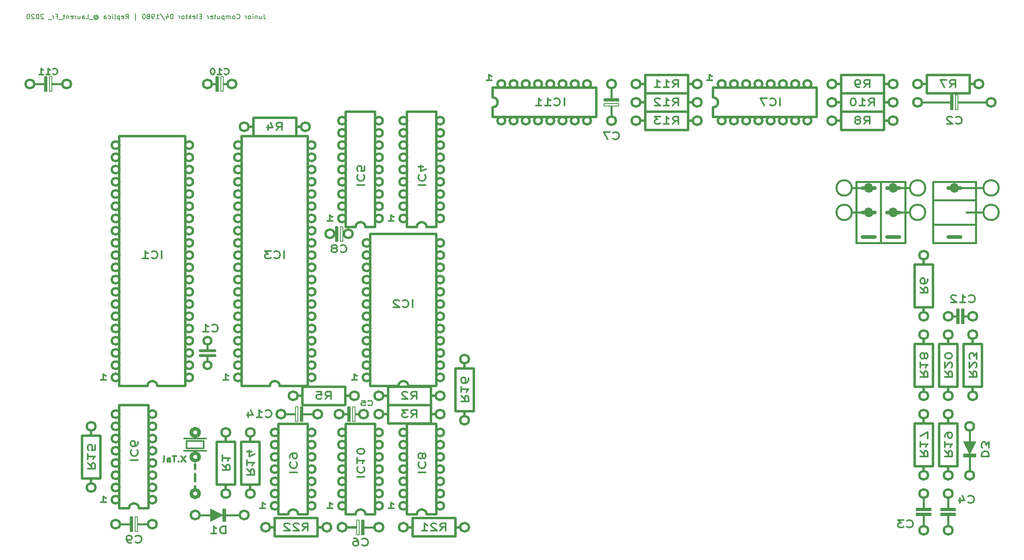
<source format=gbr>
G04 #@! TF.GenerationSoftware,KiCad,Pcbnew,(5.1.4)-1*
G04 #@! TF.CreationDate,2020-10-11T11:48:53+02:00*
G04 #@! TF.ProjectId,junior-computer,6a756e69-6f72-42d6-936f-6d7075746572,rev?*
G04 #@! TF.SameCoordinates,Original*
G04 #@! TF.FileFunction,Legend,Bot*
G04 #@! TF.FilePolarity,Positive*
%FSLAX46Y46*%
G04 Gerber Fmt 4.6, Leading zero omitted, Abs format (unit mm)*
G04 Created by KiCad (PCBNEW (5.1.4)-1) date 2020-10-11 11:48:53*
%MOMM*%
%LPD*%
G04 APERTURE LIST*
%ADD10C,0.150000*%
%ADD11C,0.500000*%
%ADD12C,0.800000*%
%ADD13C,0.300000*%
%ADD14C,0.400000*%
%ADD15C,1.000000*%
%ADD16C,0.600000*%
%ADD17C,0.550000*%
%ADD18C,0.375000*%
%ADD19C,0.312500*%
%ADD20C,0.250000*%
G04 APERTURE END LIST*
D10*
X84094761Y-29932380D02*
X84094761Y-30646666D01*
X84142380Y-30789523D01*
X84237619Y-30884761D01*
X84380476Y-30932380D01*
X84475714Y-30932380D01*
X83189999Y-30265714D02*
X83189999Y-30932380D01*
X83618571Y-30265714D02*
X83618571Y-30789523D01*
X83570952Y-30884761D01*
X83475714Y-30932380D01*
X83332857Y-30932380D01*
X83237619Y-30884761D01*
X83189999Y-30837142D01*
X82713809Y-30265714D02*
X82713809Y-30932380D01*
X82713809Y-30360952D02*
X82666190Y-30313333D01*
X82570952Y-30265714D01*
X82428095Y-30265714D01*
X82332857Y-30313333D01*
X82285238Y-30408571D01*
X82285238Y-30932380D01*
X81809047Y-30932380D02*
X81809047Y-30265714D01*
X81809047Y-29932380D02*
X81856666Y-29980000D01*
X81809047Y-30027619D01*
X81761428Y-29980000D01*
X81809047Y-29932380D01*
X81809047Y-30027619D01*
X81189999Y-30932380D02*
X81285238Y-30884761D01*
X81332857Y-30837142D01*
X81380476Y-30741904D01*
X81380476Y-30456190D01*
X81332857Y-30360952D01*
X81285238Y-30313333D01*
X81189999Y-30265714D01*
X81047142Y-30265714D01*
X80951904Y-30313333D01*
X80904285Y-30360952D01*
X80856666Y-30456190D01*
X80856666Y-30741904D01*
X80904285Y-30837142D01*
X80951904Y-30884761D01*
X81047142Y-30932380D01*
X81189999Y-30932380D01*
X80428095Y-30932380D02*
X80428095Y-30265714D01*
X80428095Y-30456190D02*
X80380476Y-30360952D01*
X80332857Y-30313333D01*
X80237619Y-30265714D01*
X80142380Y-30265714D01*
X78475714Y-30837142D02*
X78523333Y-30884761D01*
X78666190Y-30932380D01*
X78761428Y-30932380D01*
X78904285Y-30884761D01*
X78999523Y-30789523D01*
X79047142Y-30694285D01*
X79094761Y-30503809D01*
X79094761Y-30360952D01*
X79047142Y-30170476D01*
X78999523Y-30075238D01*
X78904285Y-29980000D01*
X78761428Y-29932380D01*
X78666190Y-29932380D01*
X78523333Y-29980000D01*
X78475714Y-30027619D01*
X77904285Y-30932380D02*
X77999523Y-30884761D01*
X78047142Y-30837142D01*
X78094761Y-30741904D01*
X78094761Y-30456190D01*
X78047142Y-30360952D01*
X77999523Y-30313333D01*
X77904285Y-30265714D01*
X77761428Y-30265714D01*
X77666190Y-30313333D01*
X77618571Y-30360952D01*
X77570952Y-30456190D01*
X77570952Y-30741904D01*
X77618571Y-30837142D01*
X77666190Y-30884761D01*
X77761428Y-30932380D01*
X77904285Y-30932380D01*
X77142380Y-30932380D02*
X77142380Y-30265714D01*
X77142380Y-30360952D02*
X77094761Y-30313333D01*
X76999523Y-30265714D01*
X76856666Y-30265714D01*
X76761428Y-30313333D01*
X76713809Y-30408571D01*
X76713809Y-30932380D01*
X76713809Y-30408571D02*
X76666190Y-30313333D01*
X76570952Y-30265714D01*
X76428095Y-30265714D01*
X76332857Y-30313333D01*
X76285238Y-30408571D01*
X76285238Y-30932380D01*
X75809047Y-30265714D02*
X75809047Y-31265714D01*
X75809047Y-30313333D02*
X75713809Y-30265714D01*
X75523333Y-30265714D01*
X75428095Y-30313333D01*
X75380476Y-30360952D01*
X75332857Y-30456190D01*
X75332857Y-30741904D01*
X75380476Y-30837142D01*
X75428095Y-30884761D01*
X75523333Y-30932380D01*
X75713809Y-30932380D01*
X75809047Y-30884761D01*
X74475714Y-30265714D02*
X74475714Y-30932380D01*
X74904285Y-30265714D02*
X74904285Y-30789523D01*
X74856666Y-30884761D01*
X74761428Y-30932380D01*
X74618571Y-30932380D01*
X74523333Y-30884761D01*
X74475714Y-30837142D01*
X74142380Y-30265714D02*
X73761428Y-30265714D01*
X73999523Y-29932380D02*
X73999523Y-30789523D01*
X73951904Y-30884761D01*
X73856666Y-30932380D01*
X73761428Y-30932380D01*
X73047142Y-30884761D02*
X73142380Y-30932380D01*
X73332857Y-30932380D01*
X73428095Y-30884761D01*
X73475714Y-30789523D01*
X73475714Y-30408571D01*
X73428095Y-30313333D01*
X73332857Y-30265714D01*
X73142380Y-30265714D01*
X73047142Y-30313333D01*
X72999523Y-30408571D01*
X72999523Y-30503809D01*
X73475714Y-30599047D01*
X72570952Y-30932380D02*
X72570952Y-30265714D01*
X72570952Y-30456190D02*
X72523333Y-30360952D01*
X72475714Y-30313333D01*
X72380476Y-30265714D01*
X72285238Y-30265714D01*
X71189999Y-30408571D02*
X70856666Y-30408571D01*
X70713809Y-30932380D02*
X71189999Y-30932380D01*
X71189999Y-29932380D01*
X70713809Y-29932380D01*
X70142380Y-30932380D02*
X70237619Y-30884761D01*
X70285238Y-30789523D01*
X70285238Y-29932380D01*
X69380476Y-30884761D02*
X69475714Y-30932380D01*
X69666190Y-30932380D01*
X69761428Y-30884761D01*
X69809047Y-30789523D01*
X69809047Y-30408571D01*
X69761428Y-30313333D01*
X69666190Y-30265714D01*
X69475714Y-30265714D01*
X69380476Y-30313333D01*
X69332857Y-30408571D01*
X69332857Y-30503809D01*
X69809047Y-30599047D01*
X68904285Y-30932380D02*
X68904285Y-29932380D01*
X68809047Y-30551428D02*
X68523333Y-30932380D01*
X68523333Y-30265714D02*
X68904285Y-30646666D01*
X68237619Y-30265714D02*
X67856666Y-30265714D01*
X68094761Y-29932380D02*
X68094761Y-30789523D01*
X68047142Y-30884761D01*
X67951904Y-30932380D01*
X67856666Y-30932380D01*
X67380476Y-30932380D02*
X67475714Y-30884761D01*
X67523333Y-30837142D01*
X67570952Y-30741904D01*
X67570952Y-30456190D01*
X67523333Y-30360952D01*
X67475714Y-30313333D01*
X67380476Y-30265714D01*
X67237619Y-30265714D01*
X67142380Y-30313333D01*
X67094761Y-30360952D01*
X67047142Y-30456190D01*
X67047142Y-30741904D01*
X67094761Y-30837142D01*
X67142380Y-30884761D01*
X67237619Y-30932380D01*
X67380476Y-30932380D01*
X66618571Y-30932380D02*
X66618571Y-30265714D01*
X66618571Y-30456190D02*
X66570952Y-30360952D01*
X66523333Y-30313333D01*
X66428095Y-30265714D01*
X66332857Y-30265714D01*
X65047142Y-29932380D02*
X64951904Y-29932380D01*
X64856666Y-29980000D01*
X64809047Y-30027619D01*
X64761428Y-30122857D01*
X64713809Y-30313333D01*
X64713809Y-30551428D01*
X64761428Y-30741904D01*
X64809047Y-30837142D01*
X64856666Y-30884761D01*
X64951904Y-30932380D01*
X65047142Y-30932380D01*
X65142380Y-30884761D01*
X65189999Y-30837142D01*
X65237619Y-30741904D01*
X65285238Y-30551428D01*
X65285238Y-30313333D01*
X65237619Y-30122857D01*
X65189999Y-30027619D01*
X65142380Y-29980000D01*
X65047142Y-29932380D01*
X63856666Y-30265714D02*
X63856666Y-30932380D01*
X64094761Y-29884761D02*
X64332857Y-30599047D01*
X63713809Y-30599047D01*
X62618571Y-29884761D02*
X63475714Y-31170476D01*
X61761428Y-30932380D02*
X62332857Y-30932380D01*
X62047142Y-30932380D02*
X62047142Y-29932380D01*
X62142380Y-30075238D01*
X62237619Y-30170476D01*
X62332857Y-30218095D01*
X61285238Y-30932380D02*
X61094761Y-30932380D01*
X60999523Y-30884761D01*
X60951904Y-30837142D01*
X60856666Y-30694285D01*
X60809047Y-30503809D01*
X60809047Y-30122857D01*
X60856666Y-30027619D01*
X60904285Y-29980000D01*
X60999523Y-29932380D01*
X61190000Y-29932380D01*
X61285238Y-29980000D01*
X61332857Y-30027619D01*
X61380476Y-30122857D01*
X61380476Y-30360952D01*
X61332857Y-30456190D01*
X61285238Y-30503809D01*
X61190000Y-30551428D01*
X60999523Y-30551428D01*
X60904285Y-30503809D01*
X60856666Y-30456190D01*
X60809047Y-30360952D01*
X60237619Y-30360952D02*
X60332857Y-30313333D01*
X60380476Y-30265714D01*
X60428095Y-30170476D01*
X60428095Y-30122857D01*
X60380476Y-30027619D01*
X60332857Y-29980000D01*
X60237619Y-29932380D01*
X60047142Y-29932380D01*
X59951904Y-29980000D01*
X59904285Y-30027619D01*
X59856666Y-30122857D01*
X59856666Y-30170476D01*
X59904285Y-30265714D01*
X59951904Y-30313333D01*
X60047142Y-30360952D01*
X60237619Y-30360952D01*
X60332857Y-30408571D01*
X60380476Y-30456190D01*
X60428095Y-30551428D01*
X60428095Y-30741904D01*
X60380476Y-30837142D01*
X60332857Y-30884761D01*
X60237619Y-30932380D01*
X60047142Y-30932380D01*
X59951904Y-30884761D01*
X59904285Y-30837142D01*
X59856666Y-30741904D01*
X59856666Y-30551428D01*
X59904285Y-30456190D01*
X59951904Y-30408571D01*
X60047142Y-30360952D01*
X59237619Y-29932380D02*
X59142380Y-29932380D01*
X59047142Y-29980000D01*
X58999523Y-30027619D01*
X58951904Y-30122857D01*
X58904285Y-30313333D01*
X58904285Y-30551428D01*
X58951904Y-30741904D01*
X58999523Y-30837142D01*
X59047142Y-30884761D01*
X59142380Y-30932380D01*
X59237619Y-30932380D01*
X59332857Y-30884761D01*
X59380476Y-30837142D01*
X59428095Y-30741904D01*
X59475714Y-30551428D01*
X59475714Y-30313333D01*
X59428095Y-30122857D01*
X59380476Y-30027619D01*
X59332857Y-29980000D01*
X59237619Y-29932380D01*
X57475714Y-31265714D02*
X57475714Y-29837142D01*
X55428095Y-30932380D02*
X55761428Y-30456190D01*
X55999523Y-30932380D02*
X55999523Y-29932380D01*
X55618571Y-29932380D01*
X55523333Y-29980000D01*
X55475714Y-30027619D01*
X55428095Y-30122857D01*
X55428095Y-30265714D01*
X55475714Y-30360952D01*
X55523333Y-30408571D01*
X55618571Y-30456190D01*
X55999523Y-30456190D01*
X54618571Y-30884761D02*
X54713809Y-30932380D01*
X54904285Y-30932380D01*
X54999523Y-30884761D01*
X55047142Y-30789523D01*
X55047142Y-30408571D01*
X54999523Y-30313333D01*
X54904285Y-30265714D01*
X54713809Y-30265714D01*
X54618571Y-30313333D01*
X54570952Y-30408571D01*
X54570952Y-30503809D01*
X55047142Y-30599047D01*
X54142380Y-30265714D02*
X54142380Y-31265714D01*
X54142380Y-30313333D02*
X54047142Y-30265714D01*
X53856666Y-30265714D01*
X53761428Y-30313333D01*
X53713809Y-30360952D01*
X53666190Y-30456190D01*
X53666190Y-30741904D01*
X53713809Y-30837142D01*
X53761428Y-30884761D01*
X53856666Y-30932380D01*
X54047142Y-30932380D01*
X54142380Y-30884761D01*
X53094761Y-30932380D02*
X53190000Y-30884761D01*
X53237619Y-30789523D01*
X53237619Y-29932380D01*
X52713809Y-30932380D02*
X52713809Y-30265714D01*
X52713809Y-29932380D02*
X52761428Y-29980000D01*
X52713809Y-30027619D01*
X52666190Y-29980000D01*
X52713809Y-29932380D01*
X52713809Y-30027619D01*
X51809047Y-30884761D02*
X51904285Y-30932380D01*
X52094761Y-30932380D01*
X52190000Y-30884761D01*
X52237619Y-30837142D01*
X52285238Y-30741904D01*
X52285238Y-30456190D01*
X52237619Y-30360952D01*
X52190000Y-30313333D01*
X52094761Y-30265714D01*
X51904285Y-30265714D01*
X51809047Y-30313333D01*
X50951904Y-30932380D02*
X50951904Y-30408571D01*
X50999523Y-30313333D01*
X51094761Y-30265714D01*
X51285238Y-30265714D01*
X51380476Y-30313333D01*
X50951904Y-30884761D02*
X51047142Y-30932380D01*
X51285238Y-30932380D01*
X51380476Y-30884761D01*
X51428095Y-30789523D01*
X51428095Y-30694285D01*
X51380476Y-30599047D01*
X51285238Y-30551428D01*
X51047142Y-30551428D01*
X50951904Y-30503809D01*
X49094761Y-30456190D02*
X49142380Y-30408571D01*
X49237619Y-30360952D01*
X49332857Y-30360952D01*
X49428095Y-30408571D01*
X49475714Y-30456190D01*
X49523333Y-30551428D01*
X49523333Y-30646666D01*
X49475714Y-30741904D01*
X49428095Y-30789523D01*
X49332857Y-30837142D01*
X49237619Y-30837142D01*
X49142380Y-30789523D01*
X49094761Y-30741904D01*
X49094761Y-30360952D02*
X49094761Y-30741904D01*
X49047142Y-30789523D01*
X48999523Y-30789523D01*
X48904285Y-30741904D01*
X48856666Y-30646666D01*
X48856666Y-30408571D01*
X48951904Y-30265714D01*
X49094761Y-30170476D01*
X49285238Y-30122857D01*
X49475714Y-30170476D01*
X49618571Y-30265714D01*
X49713809Y-30408571D01*
X49761428Y-30599047D01*
X49713809Y-30789523D01*
X49618571Y-30932380D01*
X49475714Y-31027619D01*
X49285238Y-31075238D01*
X49094761Y-31027619D01*
X48951904Y-30932380D01*
X48666190Y-31027619D02*
X47904285Y-31027619D01*
X47190000Y-30932380D02*
X47666190Y-30932380D01*
X47666190Y-29932380D01*
X46428095Y-30932380D02*
X46428095Y-30408571D01*
X46475714Y-30313333D01*
X46570952Y-30265714D01*
X46761428Y-30265714D01*
X46856666Y-30313333D01*
X46428095Y-30884761D02*
X46523333Y-30932380D01*
X46761428Y-30932380D01*
X46856666Y-30884761D01*
X46904285Y-30789523D01*
X46904285Y-30694285D01*
X46856666Y-30599047D01*
X46761428Y-30551428D01*
X46523333Y-30551428D01*
X46428095Y-30503809D01*
X45523333Y-30265714D02*
X45523333Y-30932380D01*
X45951904Y-30265714D02*
X45951904Y-30789523D01*
X45904285Y-30884761D01*
X45809047Y-30932380D01*
X45666190Y-30932380D01*
X45570952Y-30884761D01*
X45523333Y-30837142D01*
X45047142Y-30932380D02*
X45047142Y-30265714D01*
X45047142Y-30456190D02*
X44999523Y-30360952D01*
X44951904Y-30313333D01*
X44856666Y-30265714D01*
X44761428Y-30265714D01*
X44047142Y-30884761D02*
X44142380Y-30932380D01*
X44332857Y-30932380D01*
X44428095Y-30884761D01*
X44475714Y-30789523D01*
X44475714Y-30408571D01*
X44428095Y-30313333D01*
X44332857Y-30265714D01*
X44142380Y-30265714D01*
X44047142Y-30313333D01*
X43999523Y-30408571D01*
X43999523Y-30503809D01*
X44475714Y-30599047D01*
X43570952Y-30265714D02*
X43570952Y-30932380D01*
X43570952Y-30360952D02*
X43523333Y-30313333D01*
X43428095Y-30265714D01*
X43285238Y-30265714D01*
X43190000Y-30313333D01*
X43142380Y-30408571D01*
X43142380Y-30932380D01*
X42809047Y-30265714D02*
X42428095Y-30265714D01*
X42666190Y-29932380D02*
X42666190Y-30789523D01*
X42618571Y-30884761D01*
X42523333Y-30932380D01*
X42428095Y-30932380D01*
X42332857Y-31027619D02*
X41570952Y-31027619D01*
X40999523Y-30408571D02*
X41332857Y-30408571D01*
X41332857Y-30932380D02*
X41332857Y-29932380D01*
X40856666Y-29932380D01*
X40475714Y-30932380D02*
X40475714Y-30265714D01*
X40475714Y-30456190D02*
X40428095Y-30360952D01*
X40380476Y-30313333D01*
X40285238Y-30265714D01*
X40190000Y-30265714D01*
X40094761Y-31027619D02*
X39332857Y-31027619D01*
X38380476Y-30027619D02*
X38332857Y-29980000D01*
X38237619Y-29932380D01*
X37999523Y-29932380D01*
X37904285Y-29980000D01*
X37856666Y-30027619D01*
X37809047Y-30122857D01*
X37809047Y-30218095D01*
X37856666Y-30360952D01*
X38428095Y-30932380D01*
X37809047Y-30932380D01*
X37190000Y-29932380D02*
X37094761Y-29932380D01*
X36999523Y-29980000D01*
X36951904Y-30027619D01*
X36904285Y-30122857D01*
X36856666Y-30313333D01*
X36856666Y-30551428D01*
X36904285Y-30741904D01*
X36951904Y-30837142D01*
X36999523Y-30884761D01*
X37094761Y-30932380D01*
X37190000Y-30932380D01*
X37285238Y-30884761D01*
X37332857Y-30837142D01*
X37380476Y-30741904D01*
X37428095Y-30551428D01*
X37428095Y-30313333D01*
X37380476Y-30122857D01*
X37332857Y-30027619D01*
X37285238Y-29980000D01*
X37190000Y-29932380D01*
X36475714Y-30027619D02*
X36428095Y-29980000D01*
X36332857Y-29932380D01*
X36094761Y-29932380D01*
X35999523Y-29980000D01*
X35951904Y-30027619D01*
X35904285Y-30122857D01*
X35904285Y-30218095D01*
X35951904Y-30360952D01*
X36523333Y-30932380D01*
X35904285Y-30932380D01*
X35285238Y-29932380D02*
X35190000Y-29932380D01*
X35094761Y-29980000D01*
X35047142Y-30027619D01*
X34999523Y-30122857D01*
X34951904Y-30313333D01*
X34951904Y-30551428D01*
X34999523Y-30741904D01*
X35047142Y-30837142D01*
X35094761Y-30884761D01*
X35190000Y-30932380D01*
X35285238Y-30932380D01*
X35380476Y-30884761D01*
X35428095Y-30837142D01*
X35475714Y-30741904D01*
X35523333Y-30551428D01*
X35523333Y-30313333D01*
X35475714Y-30122857D01*
X35428095Y-30027619D01*
X35380476Y-29980000D01*
X35285238Y-29932380D01*
D11*
X69850000Y-123444000D02*
X69850000Y-124460000D01*
X69850000Y-127000000D02*
X69850000Y-125476000D01*
X69850000Y-128740000D02*
X69850000Y-128016000D01*
D12*
X70650000Y-129540000D02*
G75*
G03X70650000Y-129540000I-800000J0D01*
G01*
D13*
X68072000Y-120142000D02*
X71628000Y-120142000D01*
X68072000Y-118618000D02*
X68072000Y-120142000D01*
X71628000Y-118618000D02*
X68072000Y-118618000D01*
X71628000Y-120142000D02*
X71628000Y-118618000D01*
X67564000Y-120650000D02*
X72136000Y-120650000D01*
X67564000Y-118110000D02*
X72136000Y-118110000D01*
D10*
X69723000Y-117856000D02*
X69977000Y-117856000D01*
D12*
X70650000Y-121920000D02*
G75*
G03X70650000Y-121920000I-800000J0D01*
G01*
X70650000Y-116840000D02*
G75*
G03X70650000Y-116840000I-800000J0D01*
G01*
D14*
X212090000Y-77470000D02*
X212090000Y-64770000D01*
X207010000Y-77470000D02*
X217170000Y-77470000D01*
X207010000Y-64770000D02*
X207010000Y-77470000D01*
X217170000Y-64770000D02*
X207010000Y-64770000D01*
D12*
X210820000Y-76200000D02*
X208280000Y-76200000D01*
X215900000Y-76200000D02*
X213360000Y-76200000D01*
D14*
X217170000Y-64770000D02*
X217170000Y-77470000D01*
D15*
X215130000Y-66040000D02*
G75*
G03X215130000Y-66040000I-500000J0D01*
G01*
D12*
X215900000Y-66040000D02*
X213360000Y-66040000D01*
D14*
X221310000Y-66040000D02*
G75*
G03X221310000Y-66040000I-1600000J0D01*
G01*
X215130000Y-66040000D02*
X218110000Y-66040000D01*
D15*
X215130000Y-71120000D02*
G75*
G03X215130000Y-71120000I-500000J0D01*
G01*
D12*
X215900000Y-71120000D02*
X213360000Y-71120000D01*
D14*
X221310000Y-71120000D02*
G75*
G03X221310000Y-71120000I-1600000J0D01*
G01*
X215130000Y-71120000D02*
X218110000Y-71120000D01*
D15*
X210050000Y-71120000D02*
G75*
G03X210050000Y-71120000I-500000J0D01*
G01*
D12*
X208280000Y-71120000D02*
X210820000Y-71120000D01*
D14*
X206070000Y-71120000D02*
G75*
G03X206070000Y-71120000I-1600000J0D01*
G01*
X209050000Y-71120000D02*
X206070000Y-71120000D01*
X209050000Y-66040000D02*
X206070000Y-66040000D01*
X206070000Y-66040000D02*
G75*
G03X206070000Y-66040000I-1600000J0D01*
G01*
D12*
X208280000Y-66040000D02*
X210820000Y-66040000D01*
D15*
X210050000Y-66040000D02*
G75*
G03X210050000Y-66040000I-500000J0D01*
G01*
D14*
X231775000Y-73660000D02*
X222885000Y-73660000D01*
X231775000Y-68580000D02*
X222885000Y-68580000D01*
X222885000Y-77470000D02*
X231775000Y-77470000D01*
X222885000Y-64770000D02*
X222885000Y-77470000D01*
X231775000Y-64770000D02*
X222885000Y-64770000D01*
D12*
X228600000Y-76200000D02*
X226060000Y-76200000D01*
D14*
X231775000Y-64770000D02*
X231775000Y-77470000D01*
D15*
X227830000Y-66040000D02*
G75*
G03X227830000Y-66040000I-500000J0D01*
G01*
D12*
X228600000Y-66040000D02*
X226060000Y-66040000D01*
D14*
X236550000Y-66040000D02*
G75*
G03X236550000Y-66040000I-1600000J0D01*
G01*
X227330000Y-66040000D02*
X233350000Y-66040000D01*
X236550000Y-71120000D02*
G75*
G03X236550000Y-71120000I-1600000J0D01*
G01*
X229870000Y-71120000D02*
X233350000Y-71120000D01*
D10*
X75311000Y-133985000D02*
X75438000Y-133985000D01*
D12*
X74295000Y-133985000D02*
X73406000Y-134493000D01*
X73406000Y-133604000D02*
X74295000Y-133985000D01*
X73406000Y-134493000D02*
X73406000Y-133604000D01*
D13*
X73152000Y-132969000D02*
X73152000Y-135001000D01*
X75184000Y-133985000D02*
X73152000Y-132969000D01*
X73152000Y-135001000D02*
X75184000Y-133985000D01*
D10*
X75819000Y-132969000D02*
X75819000Y-134874000D01*
X75946000Y-132969000D02*
X75819000Y-132969000D01*
X75946000Y-135001000D02*
X75946000Y-132969000D01*
X75692000Y-135001000D02*
X75946000Y-135001000D01*
D14*
X75692000Y-132842000D02*
X75692000Y-135001000D01*
D10*
X76073000Y-132842000D02*
X75692000Y-132842000D01*
X76073000Y-135128000D02*
X76073000Y-132842000D01*
X75692000Y-135128000D02*
X76073000Y-135128000D01*
D14*
X75184000Y-133985000D02*
X70748026Y-133985000D01*
X79111974Y-133985000D02*
X76200000Y-133985000D01*
D10*
X75565000Y-135255000D02*
X76200000Y-135255000D01*
X75565000Y-132715000D02*
X75565000Y-135255000D01*
X76200000Y-132715000D02*
X75565000Y-132715000D01*
X76200000Y-135255000D02*
X76200000Y-132715000D01*
X75565000Y-133985000D02*
X73025000Y-135255000D01*
X73025000Y-132715000D02*
X75565000Y-133985000D01*
X73025000Y-135255000D02*
X73025000Y-132715000D01*
D11*
X80908026Y-133985000D02*
G75*
G03X80908026Y-133985000I-898026J0D01*
G01*
X70748026Y-133985000D02*
G75*
G03X70748026Y-133985000I-898026J0D01*
G01*
D10*
X230505000Y-121031000D02*
X230505000Y-121158000D01*
D12*
X230505000Y-120015000D02*
X229997000Y-119126000D01*
X230886000Y-119126000D02*
X230505000Y-120015000D01*
X229997000Y-119126000D02*
X230886000Y-119126000D01*
D13*
X231521000Y-118872000D02*
X229489000Y-118872000D01*
X230505000Y-120904000D02*
X231521000Y-118872000D01*
X229489000Y-118872000D02*
X230505000Y-120904000D01*
D10*
X231521000Y-121539000D02*
X229616000Y-121539000D01*
X231521000Y-121666000D02*
X231521000Y-121539000D01*
X229489000Y-121666000D02*
X231521000Y-121666000D01*
X229489000Y-121412000D02*
X229489000Y-121666000D01*
D14*
X231648000Y-121412000D02*
X229489000Y-121412000D01*
D10*
X231648000Y-121793000D02*
X231648000Y-121412000D01*
X229362000Y-121793000D02*
X231648000Y-121793000D01*
X229362000Y-121412000D02*
X229362000Y-121793000D01*
D14*
X230505000Y-120904000D02*
X230505000Y-116468026D01*
X230505000Y-124831974D02*
X230505000Y-121920000D01*
D10*
X229235000Y-121285000D02*
X229235000Y-121920000D01*
X231775000Y-121285000D02*
X229235000Y-121285000D01*
X231775000Y-121920000D02*
X231775000Y-121285000D01*
X229235000Y-121920000D02*
X231775000Y-121920000D01*
X230505000Y-121285000D02*
X229235000Y-118745000D01*
X231775000Y-118745000D02*
X230505000Y-121285000D01*
X229235000Y-118745000D02*
X231775000Y-118745000D01*
D11*
X231403026Y-125730000D02*
G75*
G03X231403026Y-125730000I-898026J0D01*
G01*
X231403026Y-115570000D02*
G75*
G03X231403026Y-115570000I-898026J0D01*
G01*
X69380000Y-74930000D02*
G75*
G03X69380000Y-74930000I-800000J0D01*
G01*
X69380000Y-57150000D02*
G75*
G03X69380000Y-57150000I-800000J0D01*
G01*
X69380000Y-59690000D02*
G75*
G03X69380000Y-59690000I-800000J0D01*
G01*
X69380000Y-62230000D02*
G75*
G03X69380000Y-62230000I-800000J0D01*
G01*
X69380000Y-64770000D02*
G75*
G03X69380000Y-64770000I-800000J0D01*
G01*
X69380000Y-67310000D02*
G75*
G03X69380000Y-67310000I-800000J0D01*
G01*
X69380000Y-69850000D02*
G75*
G03X69380000Y-69850000I-800000J0D01*
G01*
X69380000Y-72390000D02*
G75*
G03X69380000Y-72390000I-800000J0D01*
G01*
X69380000Y-77470000D02*
G75*
G03X69380000Y-77470000I-800000J0D01*
G01*
X69380000Y-80010000D02*
G75*
G03X69380000Y-80010000I-800000J0D01*
G01*
X69380000Y-82550000D02*
G75*
G03X69380000Y-82550000I-800000J0D01*
G01*
X54140000Y-57150000D02*
G75*
G03X54140000Y-57150000I-800000J0D01*
G01*
X54140000Y-59690000D02*
G75*
G03X54140000Y-59690000I-800000J0D01*
G01*
X54140000Y-62230000D02*
G75*
G03X54140000Y-62230000I-800000J0D01*
G01*
X54140000Y-64770000D02*
G75*
G03X54140000Y-64770000I-800000J0D01*
G01*
X54140000Y-67310000D02*
G75*
G03X54140000Y-67310000I-800000J0D01*
G01*
X54140000Y-69850000D02*
G75*
G03X54140000Y-69850000I-800000J0D01*
G01*
X54140000Y-72390000D02*
G75*
G03X54140000Y-72390000I-800000J0D01*
G01*
X54140000Y-74930000D02*
G75*
G03X54140000Y-74930000I-800000J0D01*
G01*
X54140000Y-77470000D02*
G75*
G03X54140000Y-77470000I-800000J0D01*
G01*
X54140000Y-80010000D02*
G75*
G03X54140000Y-80010000I-800000J0D01*
G01*
X54140000Y-82550000D02*
G75*
G03X54140000Y-82550000I-800000J0D01*
G01*
X69380000Y-87630000D02*
G75*
G03X69380000Y-87630000I-800000J0D01*
G01*
X69380000Y-85090000D02*
G75*
G03X69380000Y-85090000I-800000J0D01*
G01*
X54140000Y-85090000D02*
G75*
G03X54140000Y-85090000I-800000J0D01*
G01*
X54140000Y-87630000D02*
G75*
G03X54140000Y-87630000I-800000J0D01*
G01*
X59944000Y-107188000D02*
X54102000Y-107188000D01*
X61976000Y-107188000D02*
X67818000Y-107188000D01*
X61976000Y-107188000D02*
G75*
G03X59944000Y-107188000I-1016000J0D01*
G01*
X54140000Y-90170000D02*
G75*
G03X54140000Y-90170000I-800000J0D01*
G01*
X54140000Y-92710000D02*
G75*
G03X54140000Y-92710000I-800000J0D01*
G01*
X54140000Y-95250000D02*
G75*
G03X54140000Y-95250000I-800000J0D01*
G01*
X54140000Y-97790000D02*
G75*
G03X54140000Y-97790000I-800000J0D01*
G01*
X54140000Y-100330000D02*
G75*
G03X54140000Y-100330000I-800000J0D01*
G01*
X54140000Y-102870000D02*
G75*
G03X54140000Y-102870000I-800000J0D01*
G01*
X54140000Y-105410000D02*
G75*
G03X54140000Y-105410000I-800000J0D01*
G01*
X69380000Y-90170000D02*
G75*
G03X69380000Y-90170000I-800000J0D01*
G01*
X69380000Y-92710000D02*
G75*
G03X69380000Y-92710000I-800000J0D01*
G01*
X69380000Y-95250000D02*
G75*
G03X69380000Y-95250000I-800000J0D01*
G01*
X69380000Y-97790000D02*
G75*
G03X69380000Y-97790000I-800000J0D01*
G01*
X69380000Y-100330000D02*
G75*
G03X69380000Y-100330000I-800000J0D01*
G01*
X67818000Y-107188000D02*
X67818000Y-55245000D01*
X54102000Y-55245000D02*
X54102000Y-107188000D01*
X67818000Y-55245000D02*
X54102000Y-55245000D01*
X69380000Y-102870000D02*
G75*
G03X69380000Y-102870000I-800000J0D01*
G01*
X69380000Y-105410000D02*
G75*
G03X69380000Y-105410000I-800000J0D01*
G01*
X94780000Y-74930000D02*
G75*
G03X94780000Y-74930000I-800000J0D01*
G01*
X94780000Y-57150000D02*
G75*
G03X94780000Y-57150000I-800000J0D01*
G01*
X94780000Y-59690000D02*
G75*
G03X94780000Y-59690000I-800000J0D01*
G01*
X94780000Y-62230000D02*
G75*
G03X94780000Y-62230000I-800000J0D01*
G01*
X94780000Y-64770000D02*
G75*
G03X94780000Y-64770000I-800000J0D01*
G01*
X94780000Y-67310000D02*
G75*
G03X94780000Y-67310000I-800000J0D01*
G01*
X94780000Y-69850000D02*
G75*
G03X94780000Y-69850000I-800000J0D01*
G01*
X94780000Y-72390000D02*
G75*
G03X94780000Y-72390000I-800000J0D01*
G01*
X94780000Y-77470000D02*
G75*
G03X94780000Y-77470000I-800000J0D01*
G01*
X94780000Y-80010000D02*
G75*
G03X94780000Y-80010000I-800000J0D01*
G01*
X94780000Y-82550000D02*
G75*
G03X94780000Y-82550000I-800000J0D01*
G01*
X79540000Y-57150000D02*
G75*
G03X79540000Y-57150000I-800000J0D01*
G01*
X79540000Y-59690000D02*
G75*
G03X79540000Y-59690000I-800000J0D01*
G01*
X79540000Y-62230000D02*
G75*
G03X79540000Y-62230000I-800000J0D01*
G01*
X79540000Y-64770000D02*
G75*
G03X79540000Y-64770000I-800000J0D01*
G01*
X79540000Y-67310000D02*
G75*
G03X79540000Y-67310000I-800000J0D01*
G01*
X79540000Y-69850000D02*
G75*
G03X79540000Y-69850000I-800000J0D01*
G01*
X79540000Y-72390000D02*
G75*
G03X79540000Y-72390000I-800000J0D01*
G01*
X79540000Y-74930000D02*
G75*
G03X79540000Y-74930000I-800000J0D01*
G01*
X79540000Y-77470000D02*
G75*
G03X79540000Y-77470000I-800000J0D01*
G01*
X79540000Y-80010000D02*
G75*
G03X79540000Y-80010000I-800000J0D01*
G01*
X79540000Y-82550000D02*
G75*
G03X79540000Y-82550000I-800000J0D01*
G01*
X94780000Y-87630000D02*
G75*
G03X94780000Y-87630000I-800000J0D01*
G01*
X94780000Y-85090000D02*
G75*
G03X94780000Y-85090000I-800000J0D01*
G01*
X79540000Y-85090000D02*
G75*
G03X79540000Y-85090000I-800000J0D01*
G01*
X79540000Y-87630000D02*
G75*
G03X79540000Y-87630000I-800000J0D01*
G01*
X85344000Y-107188000D02*
X79502000Y-107188000D01*
X87376000Y-107188000D02*
X93218000Y-107188000D01*
X87376000Y-107188000D02*
G75*
G03X85344000Y-107188000I-1016000J0D01*
G01*
X79540000Y-90170000D02*
G75*
G03X79540000Y-90170000I-800000J0D01*
G01*
X79540000Y-92710000D02*
G75*
G03X79540000Y-92710000I-800000J0D01*
G01*
X79540000Y-95250000D02*
G75*
G03X79540000Y-95250000I-800000J0D01*
G01*
X79540000Y-97790000D02*
G75*
G03X79540000Y-97790000I-800000J0D01*
G01*
X79540000Y-100330000D02*
G75*
G03X79540000Y-100330000I-800000J0D01*
G01*
X79540000Y-102870000D02*
G75*
G03X79540000Y-102870000I-800000J0D01*
G01*
X79540000Y-105410000D02*
G75*
G03X79540000Y-105410000I-800000J0D01*
G01*
X94780000Y-90170000D02*
G75*
G03X94780000Y-90170000I-800000J0D01*
G01*
X94780000Y-92710000D02*
G75*
G03X94780000Y-92710000I-800000J0D01*
G01*
X94780000Y-95250000D02*
G75*
G03X94780000Y-95250000I-800000J0D01*
G01*
X94780000Y-97790000D02*
G75*
G03X94780000Y-97790000I-800000J0D01*
G01*
X94780000Y-100330000D02*
G75*
G03X94780000Y-100330000I-800000J0D01*
G01*
X93218000Y-107188000D02*
X93218000Y-55245000D01*
X79502000Y-55245000D02*
X79502000Y-107188000D01*
X93218000Y-55245000D02*
X79502000Y-55245000D01*
X94780000Y-102870000D02*
G75*
G03X94780000Y-102870000I-800000J0D01*
G01*
X94780000Y-105410000D02*
G75*
G03X94780000Y-105410000I-800000J0D01*
G01*
X121450000Y-77470000D02*
G75*
G03X121450000Y-77470000I-800000J0D01*
G01*
X121450000Y-80010000D02*
G75*
G03X121450000Y-80010000I-800000J0D01*
G01*
X121450000Y-82550000D02*
G75*
G03X121450000Y-82550000I-800000J0D01*
G01*
X106210000Y-77470000D02*
G75*
G03X106210000Y-77470000I-800000J0D01*
G01*
X106210000Y-80010000D02*
G75*
G03X106210000Y-80010000I-800000J0D01*
G01*
X106210000Y-82550000D02*
G75*
G03X106210000Y-82550000I-800000J0D01*
G01*
X121450000Y-87630000D02*
G75*
G03X121450000Y-87630000I-800000J0D01*
G01*
X121450000Y-85090000D02*
G75*
G03X121450000Y-85090000I-800000J0D01*
G01*
X106210000Y-85090000D02*
G75*
G03X106210000Y-85090000I-800000J0D01*
G01*
X106210000Y-87630000D02*
G75*
G03X106210000Y-87630000I-800000J0D01*
G01*
X112014000Y-107188000D02*
X106172000Y-107188000D01*
X114046000Y-107188000D02*
X119888000Y-107188000D01*
X114046000Y-107188000D02*
G75*
G03X112014000Y-107188000I-1016000J0D01*
G01*
X106210000Y-90170000D02*
G75*
G03X106210000Y-90170000I-800000J0D01*
G01*
X106210000Y-92710000D02*
G75*
G03X106210000Y-92710000I-800000J0D01*
G01*
X106210000Y-95250000D02*
G75*
G03X106210000Y-95250000I-800000J0D01*
G01*
X106210000Y-97790000D02*
G75*
G03X106210000Y-97790000I-800000J0D01*
G01*
X106210000Y-100330000D02*
G75*
G03X106210000Y-100330000I-800000J0D01*
G01*
X106210000Y-102870000D02*
G75*
G03X106210000Y-102870000I-800000J0D01*
G01*
X106210000Y-105410000D02*
G75*
G03X106210000Y-105410000I-800000J0D01*
G01*
X121450000Y-90170000D02*
G75*
G03X121450000Y-90170000I-800000J0D01*
G01*
X121450000Y-92710000D02*
G75*
G03X121450000Y-92710000I-800000J0D01*
G01*
X121450000Y-95250000D02*
G75*
G03X121450000Y-95250000I-800000J0D01*
G01*
X121450000Y-97790000D02*
G75*
G03X121450000Y-97790000I-800000J0D01*
G01*
X121450000Y-100330000D02*
G75*
G03X121450000Y-100330000I-800000J0D01*
G01*
X119888000Y-107188000D02*
X119888000Y-75565000D01*
X106172000Y-75565000D02*
X106172000Y-107188000D01*
X119888000Y-75565000D02*
X106172000Y-75565000D01*
X121450000Y-102870000D02*
G75*
G03X121450000Y-102870000I-800000J0D01*
G01*
X121450000Y-105410000D02*
G75*
G03X121450000Y-105410000I-800000J0D01*
G01*
X108750000Y-54610000D02*
G75*
G03X108750000Y-54610000I-800000J0D01*
G01*
X108750000Y-52070000D02*
G75*
G03X108750000Y-52070000I-800000J0D01*
G01*
X101130000Y-52070000D02*
G75*
G03X101130000Y-52070000I-800000J0D01*
G01*
X101130000Y-54610000D02*
G75*
G03X101130000Y-54610000I-800000J0D01*
G01*
X103124000Y-74168000D02*
X101092000Y-74168000D01*
X105156000Y-74168000D02*
X107188000Y-74168000D01*
X105156000Y-74168000D02*
G75*
G03X103124000Y-74168000I-1016000J0D01*
G01*
X101130000Y-57150000D02*
G75*
G03X101130000Y-57150000I-800000J0D01*
G01*
X101130000Y-59690000D02*
G75*
G03X101130000Y-59690000I-800000J0D01*
G01*
X101130000Y-62230000D02*
G75*
G03X101130000Y-62230000I-800000J0D01*
G01*
X101130000Y-64770000D02*
G75*
G03X101130000Y-64770000I-800000J0D01*
G01*
X101130000Y-67310000D02*
G75*
G03X101130000Y-67310000I-800000J0D01*
G01*
X101130000Y-69850000D02*
G75*
G03X101130000Y-69850000I-800000J0D01*
G01*
X101130000Y-72390000D02*
G75*
G03X101130000Y-72390000I-800000J0D01*
G01*
X108750000Y-57150000D02*
G75*
G03X108750000Y-57150000I-800000J0D01*
G01*
X108750000Y-59690000D02*
G75*
G03X108750000Y-59690000I-800000J0D01*
G01*
X108750000Y-62230000D02*
G75*
G03X108750000Y-62230000I-800000J0D01*
G01*
X108750000Y-64770000D02*
G75*
G03X108750000Y-64770000I-800000J0D01*
G01*
X108750000Y-67310000D02*
G75*
G03X108750000Y-67310000I-800000J0D01*
G01*
X107188000Y-74168000D02*
X107188000Y-50165000D01*
X101092000Y-50165000D02*
X101092000Y-74168000D01*
X107188000Y-50165000D02*
X101092000Y-50165000D01*
X108750000Y-69850000D02*
G75*
G03X108750000Y-69850000I-800000J0D01*
G01*
X108750000Y-72390000D02*
G75*
G03X108750000Y-72390000I-800000J0D01*
G01*
X121450000Y-54610000D02*
G75*
G03X121450000Y-54610000I-800000J0D01*
G01*
X121450000Y-52070000D02*
G75*
G03X121450000Y-52070000I-800000J0D01*
G01*
X113830000Y-52070000D02*
G75*
G03X113830000Y-52070000I-800000J0D01*
G01*
X113830000Y-54610000D02*
G75*
G03X113830000Y-54610000I-800000J0D01*
G01*
X115824000Y-74168000D02*
X113792000Y-74168000D01*
X117856000Y-74168000D02*
X119888000Y-74168000D01*
X117856000Y-74168000D02*
G75*
G03X115824000Y-74168000I-1016000J0D01*
G01*
X113830000Y-57150000D02*
G75*
G03X113830000Y-57150000I-800000J0D01*
G01*
X113830000Y-59690000D02*
G75*
G03X113830000Y-59690000I-800000J0D01*
G01*
X113830000Y-62230000D02*
G75*
G03X113830000Y-62230000I-800000J0D01*
G01*
X113830000Y-64770000D02*
G75*
G03X113830000Y-64770000I-800000J0D01*
G01*
X113830000Y-67310000D02*
G75*
G03X113830000Y-67310000I-800000J0D01*
G01*
X113830000Y-69850000D02*
G75*
G03X113830000Y-69850000I-800000J0D01*
G01*
X113830000Y-72390000D02*
G75*
G03X113830000Y-72390000I-800000J0D01*
G01*
X121450000Y-57150000D02*
G75*
G03X121450000Y-57150000I-800000J0D01*
G01*
X121450000Y-59690000D02*
G75*
G03X121450000Y-59690000I-800000J0D01*
G01*
X121450000Y-62230000D02*
G75*
G03X121450000Y-62230000I-800000J0D01*
G01*
X121450000Y-64770000D02*
G75*
G03X121450000Y-64770000I-800000J0D01*
G01*
X121450000Y-67310000D02*
G75*
G03X121450000Y-67310000I-800000J0D01*
G01*
X119888000Y-74168000D02*
X119888000Y-50165000D01*
X113792000Y-50165000D02*
X113792000Y-74168000D01*
X119888000Y-50165000D02*
X113792000Y-50165000D01*
X121450000Y-69850000D02*
G75*
G03X121450000Y-69850000I-800000J0D01*
G01*
X121450000Y-72390000D02*
G75*
G03X121450000Y-72390000I-800000J0D01*
G01*
X197650000Y-52070000D02*
G75*
G03X197650000Y-52070000I-800000J0D01*
G01*
X197650000Y-44450000D02*
G75*
G03X197650000Y-44450000I-800000J0D01*
G01*
X177292000Y-47244000D02*
X177292000Y-45212000D01*
X177292000Y-49276000D02*
X177292000Y-51308000D01*
X177292000Y-49276000D02*
G75*
G03X177292000Y-47244000I0J1016000D01*
G01*
X195110000Y-44450000D02*
G75*
G03X195110000Y-44450000I-800000J0D01*
G01*
X192570000Y-44450000D02*
G75*
G03X192570000Y-44450000I-800000J0D01*
G01*
X190030000Y-44450000D02*
G75*
G03X190030000Y-44450000I-800000J0D01*
G01*
X187490000Y-44450000D02*
G75*
G03X187490000Y-44450000I-800000J0D01*
G01*
X184950000Y-44450000D02*
G75*
G03X184950000Y-44450000I-800000J0D01*
G01*
X182410000Y-44450000D02*
G75*
G03X182410000Y-44450000I-800000J0D01*
G01*
X179870000Y-44450000D02*
G75*
G03X179870000Y-44450000I-800000J0D01*
G01*
X195110000Y-52070000D02*
G75*
G03X195110000Y-52070000I-800000J0D01*
G01*
X192570000Y-52070000D02*
G75*
G03X192570000Y-52070000I-800000J0D01*
G01*
X190030000Y-52070000D02*
G75*
G03X190030000Y-52070000I-800000J0D01*
G01*
X187490000Y-52070000D02*
G75*
G03X187490000Y-52070000I-800000J0D01*
G01*
X184950000Y-52070000D02*
G75*
G03X184950000Y-52070000I-800000J0D01*
G01*
X177292000Y-51308000D02*
X198755000Y-51308000D01*
X198755000Y-45212000D02*
X177292000Y-45212000D01*
X198755000Y-51308000D02*
X198755000Y-45212000D01*
X182410000Y-52070000D02*
G75*
G03X182410000Y-52070000I-800000J0D01*
G01*
X179870000Y-52070000D02*
G75*
G03X179870000Y-52070000I-800000J0D01*
G01*
X151930000Y-52070000D02*
G75*
G03X151930000Y-52070000I-800000J0D01*
G01*
X151930000Y-44450000D02*
G75*
G03X151930000Y-44450000I-800000J0D01*
G01*
X131572000Y-47244000D02*
X131572000Y-45212000D01*
X131572000Y-49276000D02*
X131572000Y-51308000D01*
X131572000Y-49276000D02*
G75*
G03X131572000Y-47244000I0J1016000D01*
G01*
X149390000Y-44450000D02*
G75*
G03X149390000Y-44450000I-800000J0D01*
G01*
X146850000Y-44450000D02*
G75*
G03X146850000Y-44450000I-800000J0D01*
G01*
X144310000Y-44450000D02*
G75*
G03X144310000Y-44450000I-800000J0D01*
G01*
X141770000Y-44450000D02*
G75*
G03X141770000Y-44450000I-800000J0D01*
G01*
X139230000Y-44450000D02*
G75*
G03X139230000Y-44450000I-800000J0D01*
G01*
X136690000Y-44450000D02*
G75*
G03X136690000Y-44450000I-800000J0D01*
G01*
X134150000Y-44450000D02*
G75*
G03X134150000Y-44450000I-800000J0D01*
G01*
X149390000Y-52070000D02*
G75*
G03X149390000Y-52070000I-800000J0D01*
G01*
X146850000Y-52070000D02*
G75*
G03X146850000Y-52070000I-800000J0D01*
G01*
X144310000Y-52070000D02*
G75*
G03X144310000Y-52070000I-800000J0D01*
G01*
X141770000Y-52070000D02*
G75*
G03X141770000Y-52070000I-800000J0D01*
G01*
X139230000Y-52070000D02*
G75*
G03X139230000Y-52070000I-800000J0D01*
G01*
X131572000Y-51308000D02*
X153035000Y-51308000D01*
X153035000Y-45212000D02*
X131572000Y-45212000D01*
X153035000Y-51308000D02*
X153035000Y-45212000D01*
X136690000Y-52070000D02*
G75*
G03X136690000Y-52070000I-800000J0D01*
G01*
X134150000Y-52070000D02*
G75*
G03X134150000Y-52070000I-800000J0D01*
G01*
X61760000Y-113030000D02*
G75*
G03X61760000Y-113030000I-800000J0D01*
G01*
X54140000Y-113030000D02*
G75*
G03X54140000Y-113030000I-800000J0D01*
G01*
X56134000Y-132588000D02*
X54102000Y-132588000D01*
X58166000Y-132588000D02*
X60198000Y-132588000D01*
X58166000Y-132588000D02*
G75*
G03X56134000Y-132588000I-1016000J0D01*
G01*
X54140000Y-115570000D02*
G75*
G03X54140000Y-115570000I-800000J0D01*
G01*
X54140000Y-118110000D02*
G75*
G03X54140000Y-118110000I-800000J0D01*
G01*
X54140000Y-120650000D02*
G75*
G03X54140000Y-120650000I-800000J0D01*
G01*
X54140000Y-123190000D02*
G75*
G03X54140000Y-123190000I-800000J0D01*
G01*
X54140000Y-125730000D02*
G75*
G03X54140000Y-125730000I-800000J0D01*
G01*
X54140000Y-128270000D02*
G75*
G03X54140000Y-128270000I-800000J0D01*
G01*
X54140000Y-130810000D02*
G75*
G03X54140000Y-130810000I-800000J0D01*
G01*
X61760000Y-115570000D02*
G75*
G03X61760000Y-115570000I-800000J0D01*
G01*
X61760000Y-118110000D02*
G75*
G03X61760000Y-118110000I-800000J0D01*
G01*
X61760000Y-120650000D02*
G75*
G03X61760000Y-120650000I-800000J0D01*
G01*
X61760000Y-123190000D02*
G75*
G03X61760000Y-123190000I-800000J0D01*
G01*
X61760000Y-125730000D02*
G75*
G03X61760000Y-125730000I-800000J0D01*
G01*
X60198000Y-132588000D02*
X60198000Y-111125000D01*
X54102000Y-111125000D02*
X54102000Y-132588000D01*
X60198000Y-111125000D02*
X54102000Y-111125000D01*
X61760000Y-128270000D02*
G75*
G03X61760000Y-128270000I-800000J0D01*
G01*
X61760000Y-130810000D02*
G75*
G03X61760000Y-130810000I-800000J0D01*
G01*
X115824000Y-133858000D02*
X113792000Y-133858000D01*
X117856000Y-133858000D02*
X119888000Y-133858000D01*
X117856000Y-133858000D02*
G75*
G03X115824000Y-133858000I-1016000J0D01*
G01*
X113830000Y-116840000D02*
G75*
G03X113830000Y-116840000I-800000J0D01*
G01*
X113830000Y-119380000D02*
G75*
G03X113830000Y-119380000I-800000J0D01*
G01*
X113830000Y-121920000D02*
G75*
G03X113830000Y-121920000I-800000J0D01*
G01*
X113830000Y-124460000D02*
G75*
G03X113830000Y-124460000I-800000J0D01*
G01*
X113830000Y-127000000D02*
G75*
G03X113830000Y-127000000I-800000J0D01*
G01*
X113830000Y-129540000D02*
G75*
G03X113830000Y-129540000I-800000J0D01*
G01*
X113830000Y-132080000D02*
G75*
G03X113830000Y-132080000I-800000J0D01*
G01*
X121450000Y-116840000D02*
G75*
G03X121450000Y-116840000I-800000J0D01*
G01*
X121450000Y-119380000D02*
G75*
G03X121450000Y-119380000I-800000J0D01*
G01*
X121450000Y-121920000D02*
G75*
G03X121450000Y-121920000I-800000J0D01*
G01*
X121450000Y-124460000D02*
G75*
G03X121450000Y-124460000I-800000J0D01*
G01*
X121450000Y-127000000D02*
G75*
G03X121450000Y-127000000I-800000J0D01*
G01*
X119888000Y-133858000D02*
X119888000Y-115062000D01*
X113792000Y-115062000D02*
X113792000Y-133858000D01*
X119888000Y-115062000D02*
X113792000Y-115062000D01*
X121450000Y-129540000D02*
G75*
G03X121450000Y-129540000I-800000J0D01*
G01*
X121450000Y-132080000D02*
G75*
G03X121450000Y-132080000I-800000J0D01*
G01*
X89154000Y-133858000D02*
X87122000Y-133858000D01*
X91186000Y-133858000D02*
X93218000Y-133858000D01*
X91186000Y-133858000D02*
G75*
G03X89154000Y-133858000I-1016000J0D01*
G01*
X87160000Y-116840000D02*
G75*
G03X87160000Y-116840000I-800000J0D01*
G01*
X87160000Y-119380000D02*
G75*
G03X87160000Y-119380000I-800000J0D01*
G01*
X87160000Y-121920000D02*
G75*
G03X87160000Y-121920000I-800000J0D01*
G01*
X87160000Y-124460000D02*
G75*
G03X87160000Y-124460000I-800000J0D01*
G01*
X87160000Y-127000000D02*
G75*
G03X87160000Y-127000000I-800000J0D01*
G01*
X87160000Y-129540000D02*
G75*
G03X87160000Y-129540000I-800000J0D01*
G01*
X87160000Y-132080000D02*
G75*
G03X87160000Y-132080000I-800000J0D01*
G01*
X94780000Y-116840000D02*
G75*
G03X94780000Y-116840000I-800000J0D01*
G01*
X94780000Y-119380000D02*
G75*
G03X94780000Y-119380000I-800000J0D01*
G01*
X94780000Y-121920000D02*
G75*
G03X94780000Y-121920000I-800000J0D01*
G01*
X94780000Y-124460000D02*
G75*
G03X94780000Y-124460000I-800000J0D01*
G01*
X94780000Y-127000000D02*
G75*
G03X94780000Y-127000000I-800000J0D01*
G01*
X93218000Y-133858000D02*
X93218000Y-115062000D01*
X87122000Y-115062000D02*
X87122000Y-133858000D01*
X93218000Y-115062000D02*
X87122000Y-115062000D01*
X94780000Y-129540000D02*
G75*
G03X94780000Y-129540000I-800000J0D01*
G01*
X94780000Y-132080000D02*
G75*
G03X94780000Y-132080000I-800000J0D01*
G01*
X103124000Y-133858000D02*
X101092000Y-133858000D01*
X105156000Y-133858000D02*
X107188000Y-133858000D01*
X105156000Y-133858000D02*
G75*
G03X103124000Y-133858000I-1016000J0D01*
G01*
X101130000Y-116840000D02*
G75*
G03X101130000Y-116840000I-800000J0D01*
G01*
X101130000Y-119380000D02*
G75*
G03X101130000Y-119380000I-800000J0D01*
G01*
X101130000Y-121920000D02*
G75*
G03X101130000Y-121920000I-800000J0D01*
G01*
X101130000Y-124460000D02*
G75*
G03X101130000Y-124460000I-800000J0D01*
G01*
X101130000Y-127000000D02*
G75*
G03X101130000Y-127000000I-800000J0D01*
G01*
X101130000Y-129540000D02*
G75*
G03X101130000Y-129540000I-800000J0D01*
G01*
X101130000Y-132080000D02*
G75*
G03X101130000Y-132080000I-800000J0D01*
G01*
X108750000Y-116840000D02*
G75*
G03X108750000Y-116840000I-800000J0D01*
G01*
X108750000Y-119380000D02*
G75*
G03X108750000Y-119380000I-800000J0D01*
G01*
X108750000Y-121920000D02*
G75*
G03X108750000Y-121920000I-800000J0D01*
G01*
X108750000Y-124460000D02*
G75*
G03X108750000Y-124460000I-800000J0D01*
G01*
X108750000Y-127000000D02*
G75*
G03X108750000Y-127000000I-800000J0D01*
G01*
X107188000Y-133858000D02*
X107188000Y-115062000D01*
X101092000Y-115062000D02*
X101092000Y-133858000D01*
X107188000Y-115062000D02*
X101092000Y-115062000D01*
X108750000Y-129540000D02*
G75*
G03X108750000Y-129540000I-800000J0D01*
G01*
X108750000Y-132080000D02*
G75*
G03X108750000Y-132080000I-800000J0D01*
G01*
X77098026Y-129540000D02*
G75*
G03X77098026Y-129540000I-898026J0D01*
G01*
X77098026Y-116840000D02*
G75*
G03X77098026Y-116840000I-898026J0D01*
G01*
X78105000Y-118745000D02*
X76200000Y-118745000D01*
X78105000Y-127635000D02*
X78105000Y-118745000D01*
X76200000Y-127635000D02*
X78105000Y-127635000D01*
X76200000Y-127635000D02*
X76200000Y-128641974D01*
X74295000Y-127635000D02*
X76200000Y-127635000D01*
X74295000Y-118745000D02*
X74295000Y-127635000D01*
X76200000Y-118745000D02*
X74295000Y-118745000D01*
X76200000Y-117738026D02*
X76200000Y-118745000D01*
X108848026Y-109220000D02*
G75*
G03X108848026Y-109220000I-898026J0D01*
G01*
X121548026Y-109220000D02*
G75*
G03X121548026Y-109220000I-898026J0D01*
G01*
X118745000Y-111125000D02*
X118745000Y-109220000D01*
X109855000Y-111125000D02*
X118745000Y-111125000D01*
X109855000Y-109220000D02*
X109855000Y-111125000D01*
X109855000Y-109220000D02*
X108848026Y-109220000D01*
X109855000Y-107315000D02*
X109855000Y-109220000D01*
X118745000Y-107315000D02*
X109855000Y-107315000D01*
X118745000Y-109220000D02*
X118745000Y-107315000D01*
X119751974Y-109220000D02*
X118745000Y-109220000D01*
X108848026Y-113030000D02*
G75*
G03X108848026Y-113030000I-898026J0D01*
G01*
X121548026Y-113030000D02*
G75*
G03X121548026Y-113030000I-898026J0D01*
G01*
X118745000Y-114935000D02*
X118745000Y-113030000D01*
X109855000Y-114935000D02*
X118745000Y-114935000D01*
X109855000Y-113030000D02*
X109855000Y-114935000D01*
X109855000Y-113030000D02*
X108848026Y-113030000D01*
X109855000Y-111125000D02*
X109855000Y-113030000D01*
X118745000Y-111125000D02*
X109855000Y-111125000D01*
X118745000Y-113030000D02*
X118745000Y-111125000D01*
X119751974Y-113030000D02*
X118745000Y-113030000D01*
X93608026Y-53340000D02*
G75*
G03X93608026Y-53340000I-898026J0D01*
G01*
X80908026Y-53340000D02*
G75*
G03X80908026Y-53340000I-898026J0D01*
G01*
X81915000Y-51435000D02*
X81915000Y-53340000D01*
X90805000Y-51435000D02*
X81915000Y-51435000D01*
X90805000Y-53340000D02*
X90805000Y-51435000D01*
X90805000Y-53340000D02*
X91811974Y-53340000D01*
X90805000Y-55245000D02*
X90805000Y-53340000D01*
X81915000Y-55245000D02*
X90805000Y-55245000D01*
X81915000Y-53340000D02*
X81915000Y-55245000D01*
X80908026Y-53340000D02*
X81915000Y-53340000D01*
X221878026Y-92710000D02*
G75*
G03X221878026Y-92710000I-898026J0D01*
G01*
X221878026Y-80010000D02*
G75*
G03X221878026Y-80010000I-898026J0D01*
G01*
X222885000Y-81915000D02*
X220980000Y-81915000D01*
X222885000Y-90805000D02*
X222885000Y-81915000D01*
X220980000Y-90805000D02*
X222885000Y-90805000D01*
X220980000Y-90805000D02*
X220980000Y-91811974D01*
X219075000Y-90805000D02*
X220980000Y-90805000D01*
X219075000Y-81915000D02*
X219075000Y-90805000D01*
X220980000Y-81915000D02*
X219075000Y-81915000D01*
X220980000Y-80908026D02*
X220980000Y-81915000D01*
X221878026Y-113030000D02*
G75*
G03X221878026Y-113030000I-898026J0D01*
G01*
X221878026Y-125730000D02*
G75*
G03X221878026Y-125730000I-898026J0D01*
G01*
X219075000Y-123825000D02*
X220980000Y-123825000D01*
X219075000Y-114935000D02*
X219075000Y-123825000D01*
X220980000Y-114935000D02*
X219075000Y-114935000D01*
X220980000Y-114935000D02*
X220980000Y-113928026D01*
X222885000Y-114935000D02*
X220980000Y-114935000D01*
X222885000Y-123825000D02*
X222885000Y-114935000D01*
X220980000Y-123825000D02*
X222885000Y-123825000D01*
X220980000Y-124831974D02*
X220980000Y-123825000D01*
X221878026Y-109220000D02*
G75*
G03X221878026Y-109220000I-898026J0D01*
G01*
X221878026Y-96520000D02*
G75*
G03X221878026Y-96520000I-898026J0D01*
G01*
X222885000Y-98425000D02*
X220980000Y-98425000D01*
X222885000Y-107315000D02*
X222885000Y-98425000D01*
X220980000Y-107315000D02*
X222885000Y-107315000D01*
X220980000Y-107315000D02*
X220980000Y-108321974D01*
X219075000Y-107315000D02*
X220980000Y-107315000D01*
X219075000Y-98425000D02*
X219075000Y-107315000D01*
X220980000Y-98425000D02*
X219075000Y-98425000D01*
X220980000Y-97418026D02*
X220980000Y-98425000D01*
X226958026Y-113030000D02*
G75*
G03X226958026Y-113030000I-898026J0D01*
G01*
X226958026Y-125730000D02*
G75*
G03X226958026Y-125730000I-898026J0D01*
G01*
X224155000Y-123825000D02*
X226060000Y-123825000D01*
X224155000Y-114935000D02*
X224155000Y-123825000D01*
X226060000Y-114935000D02*
X224155000Y-114935000D01*
X226060000Y-114935000D02*
X226060000Y-113928026D01*
X227965000Y-114935000D02*
X226060000Y-114935000D01*
X227965000Y-123825000D02*
X227965000Y-114935000D01*
X226060000Y-123825000D02*
X227965000Y-123825000D01*
X226060000Y-124831974D02*
X226060000Y-123825000D01*
X226958026Y-109220000D02*
G75*
G03X226958026Y-109220000I-898026J0D01*
G01*
X226958026Y-96520000D02*
G75*
G03X226958026Y-96520000I-898026J0D01*
G01*
X227965000Y-98425000D02*
X226060000Y-98425000D01*
X227965000Y-107315000D02*
X227965000Y-98425000D01*
X226060000Y-107315000D02*
X227965000Y-107315000D01*
X226060000Y-107315000D02*
X226060000Y-108321974D01*
X224155000Y-107315000D02*
X226060000Y-107315000D01*
X224155000Y-98425000D02*
X224155000Y-107315000D01*
X226060000Y-98425000D02*
X224155000Y-98425000D01*
X226060000Y-97418026D02*
X226060000Y-98425000D01*
X82178026Y-116840000D02*
G75*
G03X82178026Y-116840000I-898026J0D01*
G01*
X82178026Y-129540000D02*
G75*
G03X82178026Y-129540000I-898026J0D01*
G01*
X79375000Y-127635000D02*
X81280000Y-127635000D01*
X79375000Y-118745000D02*
X79375000Y-127635000D01*
X81280000Y-118745000D02*
X79375000Y-118745000D01*
X81280000Y-118745000D02*
X81280000Y-117738026D01*
X83185000Y-118745000D02*
X81280000Y-118745000D01*
X83185000Y-127635000D02*
X83185000Y-118745000D01*
X81280000Y-127635000D02*
X83185000Y-127635000D01*
X81280000Y-128641974D02*
X81280000Y-127635000D01*
X126628026Y-114300000D02*
G75*
G03X126628026Y-114300000I-898026J0D01*
G01*
X126628026Y-101600000D02*
G75*
G03X126628026Y-101600000I-898026J0D01*
G01*
X127635000Y-103505000D02*
X125730000Y-103505000D01*
X127635000Y-112395000D02*
X127635000Y-103505000D01*
X125730000Y-112395000D02*
X127635000Y-112395000D01*
X125730000Y-112395000D02*
X125730000Y-113401974D01*
X123825000Y-112395000D02*
X125730000Y-112395000D01*
X123825000Y-103505000D02*
X123825000Y-112395000D01*
X125730000Y-103505000D02*
X123825000Y-103505000D01*
X125730000Y-102498026D02*
X125730000Y-103505000D01*
D14*
X72390000Y-100838000D02*
X72390000Y-102070000D01*
X72390000Y-99822000D02*
X72390000Y-98590000D01*
D16*
X70866000Y-100838000D02*
X73914000Y-100838000D01*
X70866000Y-99822000D02*
X73914000Y-99822000D01*
D11*
X73190000Y-102870000D02*
G75*
G03X73190000Y-102870000I-800000J0D01*
G01*
X73190000Y-97790000D02*
G75*
G03X73190000Y-97790000I-800000J0D01*
G01*
X103768026Y-109220000D02*
G75*
G03X103768026Y-109220000I-898026J0D01*
G01*
X91068026Y-109220000D02*
G75*
G03X91068026Y-109220000I-898026J0D01*
G01*
X92075000Y-107315000D02*
X92075000Y-109220000D01*
X100965000Y-107315000D02*
X92075000Y-107315000D01*
X100965000Y-109220000D02*
X100965000Y-107315000D01*
X100965000Y-109220000D02*
X101971974Y-109220000D01*
X100965000Y-111125000D02*
X100965000Y-109220000D01*
X92075000Y-111125000D02*
X100965000Y-111125000D01*
X92075000Y-109220000D02*
X92075000Y-111125000D01*
X91068026Y-109220000D02*
X92075000Y-109220000D01*
D10*
X76454000Y-44577000D02*
X75692000Y-44577000D01*
X76454000Y-44323000D02*
X76454000Y-44577000D01*
X75692000Y-44323000D02*
X76454000Y-44323000D01*
D16*
X74422000Y-43180000D02*
X74422000Y-45720000D01*
D10*
X74168000Y-42926000D02*
X74676000Y-42926000D01*
X74168000Y-45974000D02*
X74168000Y-42926000D01*
X74676000Y-45974000D02*
X74168000Y-45974000D01*
X74676000Y-42926000D02*
X74676000Y-45974000D01*
X75692000Y-45974000D02*
X75438000Y-45974000D01*
X75692000Y-42926000D02*
X75692000Y-45974000D01*
X75438000Y-42926000D02*
X75692000Y-42926000D01*
X75184000Y-45974000D02*
X75184000Y-42926000D01*
X75438000Y-45974000D02*
X75184000Y-45974000D01*
X75184000Y-42926000D02*
X75438000Y-42926000D01*
D11*
X73288026Y-44450000D02*
G75*
G03X73288026Y-44450000I-898026J0D01*
G01*
X78368026Y-44450000D02*
G75*
G03X78368026Y-44450000I-898026J0D01*
G01*
D14*
X74168000Y-44450000D02*
X73288026Y-44450000D01*
X76571974Y-44450000D02*
X75946000Y-44450000D01*
D11*
X220608026Y-44450000D02*
G75*
G03X220608026Y-44450000I-898026J0D01*
G01*
X233308026Y-44450000D02*
G75*
G03X233308026Y-44450000I-898026J0D01*
G01*
X230505000Y-46355000D02*
X230505000Y-44450000D01*
X221615000Y-46355000D02*
X230505000Y-46355000D01*
X221615000Y-44450000D02*
X221615000Y-46355000D01*
X221615000Y-44450000D02*
X220608026Y-44450000D01*
X221615000Y-42545000D02*
X221615000Y-44450000D01*
X230505000Y-42545000D02*
X221615000Y-42545000D01*
X230505000Y-44450000D02*
X230505000Y-42545000D01*
X231511974Y-44450000D02*
X230505000Y-44450000D01*
X202828026Y-52070000D02*
G75*
G03X202828026Y-52070000I-898026J0D01*
G01*
X215528026Y-52070000D02*
G75*
G03X215528026Y-52070000I-898026J0D01*
G01*
X212725000Y-53975000D02*
X212725000Y-52070000D01*
X203835000Y-53975000D02*
X212725000Y-53975000D01*
X203835000Y-52070000D02*
X203835000Y-53975000D01*
X203835000Y-52070000D02*
X202828026Y-52070000D01*
X203835000Y-50165000D02*
X203835000Y-52070000D01*
X212725000Y-50165000D02*
X203835000Y-50165000D01*
X212725000Y-52070000D02*
X212725000Y-50165000D01*
X213731974Y-52070000D02*
X212725000Y-52070000D01*
X202828026Y-44450000D02*
G75*
G03X202828026Y-44450000I-898026J0D01*
G01*
X215528026Y-44450000D02*
G75*
G03X215528026Y-44450000I-898026J0D01*
G01*
X212725000Y-46355000D02*
X212725000Y-44450000D01*
X203835000Y-46355000D02*
X212725000Y-46355000D01*
X203835000Y-44450000D02*
X203835000Y-46355000D01*
X203835000Y-44450000D02*
X202828026Y-44450000D01*
X203835000Y-42545000D02*
X203835000Y-44450000D01*
X212725000Y-42545000D02*
X203835000Y-42545000D01*
X212725000Y-44450000D02*
X212725000Y-42545000D01*
X213731974Y-44450000D02*
X212725000Y-44450000D01*
X202828026Y-48260000D02*
G75*
G03X202828026Y-48260000I-898026J0D01*
G01*
X215528026Y-48260000D02*
G75*
G03X215528026Y-48260000I-898026J0D01*
G01*
X212725000Y-50165000D02*
X212725000Y-48260000D01*
X203835000Y-50165000D02*
X212725000Y-50165000D01*
X203835000Y-48260000D02*
X203835000Y-50165000D01*
X203835000Y-48260000D02*
X202828026Y-48260000D01*
X203835000Y-46355000D02*
X203835000Y-48260000D01*
X212725000Y-46355000D02*
X203835000Y-46355000D01*
X212725000Y-48260000D02*
X212725000Y-46355000D01*
X213731974Y-48260000D02*
X212725000Y-48260000D01*
X162188026Y-44450000D02*
G75*
G03X162188026Y-44450000I-898026J0D01*
G01*
X174888026Y-44450000D02*
G75*
G03X174888026Y-44450000I-898026J0D01*
G01*
X172085000Y-46355000D02*
X172085000Y-44450000D01*
X163195000Y-46355000D02*
X172085000Y-46355000D01*
X163195000Y-44450000D02*
X163195000Y-46355000D01*
X163195000Y-44450000D02*
X162188026Y-44450000D01*
X163195000Y-42545000D02*
X163195000Y-44450000D01*
X172085000Y-42545000D02*
X163195000Y-42545000D01*
X172085000Y-44450000D02*
X172085000Y-42545000D01*
X173091974Y-44450000D02*
X172085000Y-44450000D01*
X162188026Y-48260000D02*
G75*
G03X162188026Y-48260000I-898026J0D01*
G01*
X174888026Y-48260000D02*
G75*
G03X174888026Y-48260000I-898026J0D01*
G01*
X172085000Y-50165000D02*
X172085000Y-48260000D01*
X163195000Y-50165000D02*
X172085000Y-50165000D01*
X163195000Y-48260000D02*
X163195000Y-50165000D01*
X163195000Y-48260000D02*
X162188026Y-48260000D01*
X163195000Y-46355000D02*
X163195000Y-48260000D01*
X172085000Y-46355000D02*
X163195000Y-46355000D01*
X172085000Y-48260000D02*
X172085000Y-46355000D01*
X173091974Y-48260000D02*
X172085000Y-48260000D01*
X162188026Y-52070000D02*
G75*
G03X162188026Y-52070000I-898026J0D01*
G01*
X174888026Y-52070000D02*
G75*
G03X174888026Y-52070000I-898026J0D01*
G01*
X172085000Y-53975000D02*
X172085000Y-52070000D01*
X163195000Y-53975000D02*
X172085000Y-53975000D01*
X163195000Y-52070000D02*
X163195000Y-53975000D01*
X163195000Y-52070000D02*
X162188026Y-52070000D01*
X163195000Y-50165000D02*
X163195000Y-52070000D01*
X172085000Y-50165000D02*
X163195000Y-50165000D01*
X172085000Y-52070000D02*
X172085000Y-50165000D01*
X173091974Y-52070000D02*
X172085000Y-52070000D01*
X49158026Y-115570000D02*
G75*
G03X49158026Y-115570000I-898026J0D01*
G01*
X49158026Y-128270000D02*
G75*
G03X49158026Y-128270000I-898026J0D01*
G01*
X46355000Y-126365000D02*
X48260000Y-126365000D01*
X46355000Y-117475000D02*
X46355000Y-126365000D01*
X48260000Y-117475000D02*
X46355000Y-117475000D01*
X48260000Y-117475000D02*
X48260000Y-116468026D01*
X50165000Y-117475000D02*
X48260000Y-117475000D01*
X50165000Y-126365000D02*
X50165000Y-117475000D01*
X48260000Y-126365000D02*
X50165000Y-126365000D01*
X48260000Y-127371974D02*
X48260000Y-126365000D01*
D10*
X233934000Y-48387000D02*
X228092000Y-48387000D01*
X228092000Y-48133000D02*
X233934000Y-48133000D01*
D16*
X226822000Y-46990000D02*
X226822000Y-49530000D01*
D10*
X226568000Y-46736000D02*
X227076000Y-46736000D01*
X226568000Y-49784000D02*
X226568000Y-46736000D01*
X227076000Y-49784000D02*
X226568000Y-49784000D01*
X227076000Y-46736000D02*
X227076000Y-49784000D01*
X228092000Y-49784000D02*
X227838000Y-49784000D01*
X228092000Y-46736000D02*
X228092000Y-49784000D01*
X227838000Y-46736000D02*
X228092000Y-46736000D01*
X227584000Y-49784000D02*
X227584000Y-46736000D01*
X227838000Y-49784000D02*
X227584000Y-49784000D01*
X227584000Y-46736000D02*
X227838000Y-46736000D01*
D11*
X220608026Y-48260000D02*
G75*
G03X220608026Y-48260000I-898026J0D01*
G01*
X235848026Y-48260000D02*
G75*
G03X235848026Y-48260000I-898026J0D01*
G01*
D14*
X226568000Y-48260000D02*
X220608026Y-48260000D01*
X233934000Y-48260000D02*
X228346000Y-48260000D01*
D17*
X222250000Y-133858000D02*
X219710000Y-133858000D01*
D10*
X220853000Y-136398000D02*
X220853000Y-134112000D01*
X221107000Y-134112000D02*
X221107000Y-136398000D01*
D16*
X222250000Y-132842000D02*
X219710000Y-132842000D01*
D10*
X222504000Y-132588000D02*
X222504000Y-133096000D01*
X219456000Y-132588000D02*
X222504000Y-132588000D01*
X219456000Y-133096000D02*
X219456000Y-132588000D01*
X222504000Y-133096000D02*
X219456000Y-133096000D01*
X219456000Y-134112000D02*
X219456000Y-133858000D01*
X222504000Y-134112000D02*
X219456000Y-134112000D01*
X222504000Y-133858000D02*
X222504000Y-134112000D01*
X219456000Y-133604000D02*
X222504000Y-133604000D01*
X219456000Y-133858000D02*
X219456000Y-133604000D01*
X222504000Y-133604000D02*
X222504000Y-133858000D01*
D11*
X221878026Y-129540000D02*
G75*
G03X221878026Y-129540000I-898026J0D01*
G01*
X221878026Y-137160000D02*
G75*
G03X221878026Y-137160000I-898026J0D01*
G01*
D14*
X220980000Y-132588000D02*
X220980000Y-130438026D01*
X220980000Y-136261974D02*
X220980000Y-134366000D01*
D17*
X227330000Y-133858000D02*
X224790000Y-133858000D01*
D10*
X225933000Y-136398000D02*
X225933000Y-134112000D01*
X226187000Y-134112000D02*
X226187000Y-136398000D01*
D16*
X227330000Y-132842000D02*
X224790000Y-132842000D01*
D10*
X227584000Y-132588000D02*
X227584000Y-133096000D01*
X224536000Y-132588000D02*
X227584000Y-132588000D01*
X224536000Y-133096000D02*
X224536000Y-132588000D01*
X227584000Y-133096000D02*
X224536000Y-133096000D01*
X224536000Y-134112000D02*
X224536000Y-133858000D01*
X227584000Y-134112000D02*
X224536000Y-134112000D01*
X227584000Y-133858000D02*
X227584000Y-134112000D01*
X224536000Y-133604000D02*
X227584000Y-133604000D01*
X224536000Y-133858000D02*
X224536000Y-133604000D01*
X227584000Y-133604000D02*
X227584000Y-133858000D01*
D11*
X226958026Y-129540000D02*
G75*
G03X226958026Y-129540000I-898026J0D01*
G01*
X226958026Y-137160000D02*
G75*
G03X226958026Y-137160000I-898026J0D01*
G01*
D14*
X226060000Y-132588000D02*
X226060000Y-130438026D01*
X226060000Y-136261974D02*
X226060000Y-134366000D01*
D10*
X103759000Y-113157000D02*
X102997000Y-113157000D01*
X103759000Y-112903000D02*
X103759000Y-113157000D01*
X102997000Y-112903000D02*
X103759000Y-112903000D01*
D16*
X101727000Y-111760000D02*
X101727000Y-114300000D01*
D10*
X101473000Y-111506000D02*
X101981000Y-111506000D01*
X101473000Y-114554000D02*
X101473000Y-111506000D01*
X101981000Y-114554000D02*
X101473000Y-114554000D01*
X101981000Y-111506000D02*
X101981000Y-114554000D01*
X102997000Y-114554000D02*
X102743000Y-114554000D01*
X102997000Y-111506000D02*
X102997000Y-114554000D01*
X102743000Y-111506000D02*
X102997000Y-111506000D01*
X102489000Y-114554000D02*
X102489000Y-111506000D01*
X102743000Y-114554000D02*
X102489000Y-114554000D01*
X102489000Y-111506000D02*
X102743000Y-111506000D01*
D11*
X100593026Y-113030000D02*
G75*
G03X100593026Y-113030000I-898026J0D01*
G01*
X105673026Y-113030000D02*
G75*
G03X105673026Y-113030000I-898026J0D01*
G01*
D14*
X101473000Y-113030000D02*
X100593026Y-113030000D01*
X103876974Y-113030000D02*
X103251000Y-113030000D01*
D10*
X101092000Y-136398000D02*
X103378000Y-136398000D01*
X103378000Y-136652000D02*
X101092000Y-136652000D01*
D16*
X104648000Y-137795000D02*
X104648000Y-135255000D01*
D10*
X104902000Y-138049000D02*
X104394000Y-138049000D01*
X104902000Y-135001000D02*
X104902000Y-138049000D01*
X104394000Y-135001000D02*
X104902000Y-135001000D01*
X104394000Y-138049000D02*
X104394000Y-135001000D01*
X103378000Y-135001000D02*
X103632000Y-135001000D01*
X103378000Y-138049000D02*
X103378000Y-135001000D01*
X103632000Y-138049000D02*
X103378000Y-138049000D01*
X103886000Y-135001000D02*
X103886000Y-138049000D01*
X103632000Y-135001000D02*
X103886000Y-135001000D01*
X103886000Y-138049000D02*
X103632000Y-138049000D01*
D11*
X108848026Y-136525000D02*
G75*
G03X108848026Y-136525000I-898026J0D01*
G01*
X101228026Y-136525000D02*
G75*
G03X101228026Y-136525000I-898026J0D01*
G01*
D14*
X104902000Y-136525000D02*
X107051974Y-136525000D01*
X101228026Y-136525000D02*
X103124000Y-136525000D01*
D10*
X60198000Y-136017000D02*
X57912000Y-136017000D01*
X57912000Y-135763000D02*
X60198000Y-135763000D01*
D16*
X56642000Y-134620000D02*
X56642000Y-137160000D01*
D10*
X56388000Y-134366000D02*
X56896000Y-134366000D01*
X56388000Y-137414000D02*
X56388000Y-134366000D01*
X56896000Y-137414000D02*
X56388000Y-137414000D01*
X56896000Y-134366000D02*
X56896000Y-137414000D01*
X57912000Y-137414000D02*
X57658000Y-137414000D01*
X57912000Y-134366000D02*
X57912000Y-137414000D01*
X57658000Y-134366000D02*
X57912000Y-134366000D01*
X57404000Y-137414000D02*
X57404000Y-134366000D01*
X57658000Y-137414000D02*
X57404000Y-137414000D01*
X57404000Y-134366000D02*
X57658000Y-134366000D01*
D11*
X54238026Y-135890000D02*
G75*
G03X54238026Y-135890000I-898026J0D01*
G01*
X61858026Y-135890000D02*
G75*
G03X61858026Y-135890000I-898026J0D01*
G01*
D14*
X56388000Y-135890000D02*
X54238026Y-135890000D01*
X60061974Y-135890000D02*
X58166000Y-135890000D01*
D10*
X42418000Y-44577000D02*
X40132000Y-44577000D01*
X40132000Y-44323000D02*
X42418000Y-44323000D01*
D16*
X38862000Y-43180000D02*
X38862000Y-45720000D01*
D10*
X38608000Y-42926000D02*
X39116000Y-42926000D01*
X38608000Y-45974000D02*
X38608000Y-42926000D01*
X39116000Y-45974000D02*
X38608000Y-45974000D01*
X39116000Y-42926000D02*
X39116000Y-45974000D01*
X40132000Y-45974000D02*
X39878000Y-45974000D01*
X40132000Y-42926000D02*
X40132000Y-45974000D01*
X39878000Y-42926000D02*
X40132000Y-42926000D01*
X39624000Y-45974000D02*
X39624000Y-42926000D01*
X39878000Y-45974000D02*
X39624000Y-45974000D01*
X39624000Y-42926000D02*
X39878000Y-42926000D01*
D11*
X36458026Y-44450000D02*
G75*
G03X36458026Y-44450000I-898026J0D01*
G01*
X44078026Y-44450000D02*
G75*
G03X44078026Y-44450000I-898026J0D01*
G01*
D14*
X38608000Y-44450000D02*
X36458026Y-44450000D01*
X42281974Y-44450000D02*
X40386000Y-44450000D01*
D10*
X88392000Y-112903000D02*
X90678000Y-112903000D01*
X90678000Y-113157000D02*
X88392000Y-113157000D01*
D16*
X91948000Y-114300000D02*
X91948000Y-111760000D01*
D10*
X92202000Y-114554000D02*
X91694000Y-114554000D01*
X92202000Y-111506000D02*
X92202000Y-114554000D01*
X91694000Y-111506000D02*
X92202000Y-111506000D01*
X91694000Y-114554000D02*
X91694000Y-111506000D01*
X90678000Y-111506000D02*
X90932000Y-111506000D01*
X90678000Y-114554000D02*
X90678000Y-111506000D01*
X90932000Y-114554000D02*
X90678000Y-114554000D01*
X91186000Y-111506000D02*
X91186000Y-114554000D01*
X90932000Y-111506000D02*
X91186000Y-111506000D01*
X91186000Y-114554000D02*
X90932000Y-114554000D01*
D11*
X96148026Y-113030000D02*
G75*
G03X96148026Y-113030000I-898026J0D01*
G01*
X88528026Y-113030000D02*
G75*
G03X88528026Y-113030000I-898026J0D01*
G01*
D14*
X92202000Y-113030000D02*
X94351974Y-113030000D01*
X88528026Y-113030000D02*
X90424000Y-113030000D01*
D10*
X156083000Y-51308000D02*
X156083000Y-49022000D01*
X156337000Y-49022000D02*
X156337000Y-51308000D01*
D16*
X157480000Y-47752000D02*
X154940000Y-47752000D01*
D10*
X157734000Y-47498000D02*
X157734000Y-48006000D01*
X154686000Y-47498000D02*
X157734000Y-47498000D01*
X154686000Y-48006000D02*
X154686000Y-47498000D01*
X157734000Y-48006000D02*
X154686000Y-48006000D01*
X154686000Y-49022000D02*
X154686000Y-48768000D01*
X157734000Y-49022000D02*
X154686000Y-49022000D01*
X157734000Y-48768000D02*
X157734000Y-49022000D01*
X154686000Y-48514000D02*
X157734000Y-48514000D01*
X154686000Y-48768000D02*
X154686000Y-48514000D01*
X157734000Y-48514000D02*
X157734000Y-48768000D01*
D11*
X157108026Y-44450000D02*
G75*
G03X157108026Y-44450000I-898026J0D01*
G01*
X157108026Y-52070000D02*
G75*
G03X157108026Y-52070000I-898026J0D01*
G01*
D14*
X156210000Y-47498000D02*
X156210000Y-45348026D01*
X156210000Y-51171974D02*
X156210000Y-49276000D01*
D16*
X99187000Y-74295000D02*
X99187000Y-76835000D01*
D10*
X98933000Y-74041000D02*
X99441000Y-74041000D01*
X98933000Y-77089000D02*
X98933000Y-74041000D01*
X99441000Y-77089000D02*
X98933000Y-77089000D01*
X99441000Y-74041000D02*
X99441000Y-77089000D01*
X100457000Y-77089000D02*
X100203000Y-77089000D01*
X100457000Y-74041000D02*
X100457000Y-77089000D01*
X100203000Y-74041000D02*
X100457000Y-74041000D01*
X99949000Y-77089000D02*
X99949000Y-74041000D01*
X100203000Y-77089000D02*
X99949000Y-77089000D01*
X99949000Y-74041000D02*
X100203000Y-74041000D01*
D11*
X98688026Y-75565000D02*
G75*
G03X98688026Y-75565000I-898026J0D01*
G01*
X102498026Y-75565000D02*
G75*
G03X102498026Y-75565000I-898026J0D01*
G01*
X113928026Y-136525000D02*
G75*
G03X113928026Y-136525000I-898026J0D01*
G01*
X126628026Y-136525000D02*
G75*
G03X126628026Y-136525000I-898026J0D01*
G01*
X123825000Y-138430000D02*
X123825000Y-136525000D01*
X114935000Y-138430000D02*
X123825000Y-138430000D01*
X114935000Y-136525000D02*
X114935000Y-138430000D01*
X114935000Y-136525000D02*
X113928026Y-136525000D01*
X114935000Y-134620000D02*
X114935000Y-136525000D01*
X123825000Y-134620000D02*
X114935000Y-134620000D01*
X123825000Y-136525000D02*
X123825000Y-134620000D01*
X124831974Y-136525000D02*
X123825000Y-136525000D01*
X98053026Y-136525000D02*
G75*
G03X98053026Y-136525000I-898026J0D01*
G01*
X85353026Y-136525000D02*
G75*
G03X85353026Y-136525000I-898026J0D01*
G01*
X86360000Y-134620000D02*
X86360000Y-136525000D01*
X95250000Y-134620000D02*
X86360000Y-134620000D01*
X95250000Y-136525000D02*
X95250000Y-134620000D01*
X95250000Y-136525000D02*
X96256974Y-136525000D01*
X95250000Y-138430000D02*
X95250000Y-136525000D01*
X86360000Y-138430000D02*
X95250000Y-138430000D01*
X86360000Y-136525000D02*
X86360000Y-138430000D01*
X85353026Y-136525000D02*
X86360000Y-136525000D01*
X232038026Y-109220000D02*
G75*
G03X232038026Y-109220000I-898026J0D01*
G01*
X232038026Y-96520000D02*
G75*
G03X232038026Y-96520000I-898026J0D01*
G01*
X233045000Y-98425000D02*
X231140000Y-98425000D01*
X233045000Y-107315000D02*
X233045000Y-98425000D01*
X231140000Y-107315000D02*
X233045000Y-107315000D01*
X231140000Y-107315000D02*
X231140000Y-108321974D01*
X229235000Y-107315000D02*
X231140000Y-107315000D01*
X229235000Y-98425000D02*
X229235000Y-107315000D01*
X231140000Y-98425000D02*
X229235000Y-98425000D01*
X231140000Y-97418026D02*
X231140000Y-98425000D01*
D17*
X229108000Y-91440000D02*
X229108000Y-93980000D01*
D16*
X228092000Y-91440000D02*
X228092000Y-93980000D01*
D10*
X227838000Y-91186000D02*
X228346000Y-91186000D01*
X227838000Y-94234000D02*
X227838000Y-91186000D01*
X228346000Y-94234000D02*
X227838000Y-94234000D01*
X228346000Y-91186000D02*
X228346000Y-94234000D01*
X229362000Y-94234000D02*
X229108000Y-94234000D01*
X229362000Y-91186000D02*
X229362000Y-94234000D01*
X229108000Y-91186000D02*
X229362000Y-91186000D01*
X228854000Y-94234000D02*
X228854000Y-91186000D01*
X229108000Y-94234000D02*
X228854000Y-94234000D01*
X228854000Y-91186000D02*
X229108000Y-91186000D01*
D11*
X226958026Y-92710000D02*
G75*
G03X226958026Y-92710000I-898026J0D01*
G01*
X232038026Y-92710000D02*
G75*
G03X232038026Y-92710000I-898026J0D01*
G01*
D14*
X227838000Y-92710000D02*
X226949000Y-92710000D01*
X230241974Y-92710000D02*
X229108000Y-92710000D01*
D13*
X67865333Y-121770857D02*
X66932000Y-122970857D01*
X66932000Y-121770857D02*
X67865333Y-122970857D01*
X66398666Y-122856571D02*
X66332000Y-122913714D01*
X66398666Y-122970857D01*
X66465333Y-122913714D01*
X66398666Y-122856571D01*
X66398666Y-122970857D01*
X65932000Y-121770857D02*
X65132000Y-121770857D01*
X65532000Y-122970857D02*
X65532000Y-121770857D01*
X64065333Y-122970857D02*
X64065333Y-122342285D01*
X64132000Y-122228000D01*
X64265333Y-122170857D01*
X64532000Y-122170857D01*
X64665333Y-122228000D01*
X64065333Y-122913714D02*
X64198666Y-122970857D01*
X64532000Y-122970857D01*
X64665333Y-122913714D01*
X64732000Y-122799428D01*
X64732000Y-122685142D01*
X64665333Y-122570857D01*
X64532000Y-122513714D01*
X64198666Y-122513714D01*
X64065333Y-122456571D01*
X63198666Y-122970857D02*
X63332000Y-122913714D01*
X63398666Y-122799428D01*
X63398666Y-121770857D01*
D18*
X76152190Y-137838571D02*
X76152190Y-136338571D01*
X75676000Y-136338571D01*
X75390285Y-136410000D01*
X75199809Y-136552857D01*
X75104571Y-136695714D01*
X75009333Y-136981428D01*
X75009333Y-137195714D01*
X75104571Y-137481428D01*
X75199809Y-137624285D01*
X75390285Y-137767142D01*
X75676000Y-137838571D01*
X76152190Y-137838571D01*
X73104571Y-137838571D02*
X74247428Y-137838571D01*
X73676000Y-137838571D02*
X73676000Y-136338571D01*
X73866476Y-136552857D01*
X74056952Y-136695714D01*
X74247428Y-136767142D01*
X233001428Y-121872190D02*
X234501428Y-121872190D01*
X234501428Y-121396000D01*
X234430000Y-121110285D01*
X234287142Y-120919809D01*
X234144285Y-120824571D01*
X233858571Y-120729333D01*
X233644285Y-120729333D01*
X233358571Y-120824571D01*
X233215714Y-120919809D01*
X233072857Y-121110285D01*
X233001428Y-121396000D01*
X233001428Y-121872190D01*
X234501428Y-120062666D02*
X234501428Y-118824571D01*
X233930000Y-119491238D01*
X233930000Y-119205523D01*
X233858571Y-119015047D01*
X233787142Y-118919809D01*
X233644285Y-118824571D01*
X233287142Y-118824571D01*
X233144285Y-118919809D01*
X233072857Y-119015047D01*
X233001428Y-119205523D01*
X233001428Y-119776952D01*
X233072857Y-119967428D01*
X233144285Y-120062666D01*
X62912380Y-80688571D02*
X62912380Y-79188571D01*
X60817142Y-80545714D02*
X60912380Y-80617142D01*
X61198095Y-80688571D01*
X61388571Y-80688571D01*
X61674285Y-80617142D01*
X61864761Y-80474285D01*
X61960000Y-80331428D01*
X62055238Y-80045714D01*
X62055238Y-79831428D01*
X61960000Y-79545714D01*
X61864761Y-79402857D01*
X61674285Y-79260000D01*
X61388571Y-79188571D01*
X61198095Y-79188571D01*
X60912380Y-79260000D01*
X60817142Y-79331428D01*
X58912380Y-80688571D02*
X60055238Y-80688571D01*
X59483809Y-80688571D02*
X59483809Y-79188571D01*
X59674285Y-79402857D01*
X59864761Y-79545714D01*
X60055238Y-79617142D01*
D13*
X50228571Y-105952857D02*
X51371428Y-105952857D01*
X50800000Y-105952857D02*
X50800000Y-104752857D01*
X50990476Y-104924285D01*
X51180952Y-105038571D01*
X51371428Y-105095714D01*
D18*
X88312380Y-80688571D02*
X88312380Y-79188571D01*
X86217142Y-80545714D02*
X86312380Y-80617142D01*
X86598095Y-80688571D01*
X86788571Y-80688571D01*
X87074285Y-80617142D01*
X87264761Y-80474285D01*
X87360000Y-80331428D01*
X87455238Y-80045714D01*
X87455238Y-79831428D01*
X87360000Y-79545714D01*
X87264761Y-79402857D01*
X87074285Y-79260000D01*
X86788571Y-79188571D01*
X86598095Y-79188571D01*
X86312380Y-79260000D01*
X86217142Y-79331428D01*
X85550476Y-79188571D02*
X84312380Y-79188571D01*
X84979047Y-79760000D01*
X84693333Y-79760000D01*
X84502857Y-79831428D01*
X84407619Y-79902857D01*
X84312380Y-80045714D01*
X84312380Y-80402857D01*
X84407619Y-80545714D01*
X84502857Y-80617142D01*
X84693333Y-80688571D01*
X85264761Y-80688571D01*
X85455238Y-80617142D01*
X85550476Y-80545714D01*
D13*
X75628571Y-105952857D02*
X76771428Y-105952857D01*
X76200000Y-105952857D02*
X76200000Y-104752857D01*
X76390476Y-104924285D01*
X76580952Y-105038571D01*
X76771428Y-105095714D01*
D18*
X114982380Y-90848571D02*
X114982380Y-89348571D01*
X112887142Y-90705714D02*
X112982380Y-90777142D01*
X113268095Y-90848571D01*
X113458571Y-90848571D01*
X113744285Y-90777142D01*
X113934761Y-90634285D01*
X114030000Y-90491428D01*
X114125238Y-90205714D01*
X114125238Y-89991428D01*
X114030000Y-89705714D01*
X113934761Y-89562857D01*
X113744285Y-89420000D01*
X113458571Y-89348571D01*
X113268095Y-89348571D01*
X112982380Y-89420000D01*
X112887142Y-89491428D01*
X112125238Y-89491428D02*
X112030000Y-89420000D01*
X111839523Y-89348571D01*
X111363333Y-89348571D01*
X111172857Y-89420000D01*
X111077619Y-89491428D01*
X110982380Y-89634285D01*
X110982380Y-89777142D01*
X111077619Y-89991428D01*
X112220476Y-90848571D01*
X110982380Y-90848571D01*
D13*
X102298571Y-105952857D02*
X103441428Y-105952857D01*
X102870000Y-105952857D02*
X102870000Y-104752857D01*
X103060476Y-104924285D01*
X103250952Y-105038571D01*
X103441428Y-105095714D01*
D18*
X103461428Y-65452380D02*
X104961428Y-65452380D01*
X103604285Y-63357142D02*
X103532857Y-63452380D01*
X103461428Y-63738095D01*
X103461428Y-63928571D01*
X103532857Y-64214285D01*
X103675714Y-64404761D01*
X103818571Y-64500000D01*
X104104285Y-64595238D01*
X104318571Y-64595238D01*
X104604285Y-64500000D01*
X104747142Y-64404761D01*
X104890000Y-64214285D01*
X104961428Y-63928571D01*
X104961428Y-63738095D01*
X104890000Y-63452380D01*
X104818571Y-63357142D01*
X104961428Y-61547619D02*
X104961428Y-62500000D01*
X104247142Y-62595238D01*
X104318571Y-62500000D01*
X104390000Y-62309523D01*
X104390000Y-61833333D01*
X104318571Y-61642857D01*
X104247142Y-61547619D01*
X104104285Y-61452380D01*
X103747142Y-61452380D01*
X103604285Y-61547619D01*
X103532857Y-61642857D01*
X103461428Y-61833333D01*
X103461428Y-62309523D01*
X103532857Y-62500000D01*
X103604285Y-62595238D01*
D13*
X97218571Y-72932857D02*
X98361428Y-72932857D01*
X97790000Y-72932857D02*
X97790000Y-71732857D01*
X97980476Y-71904285D01*
X98170952Y-72018571D01*
X98361428Y-72075714D01*
D18*
X116161428Y-65452380D02*
X117661428Y-65452380D01*
X116304285Y-63357142D02*
X116232857Y-63452380D01*
X116161428Y-63738095D01*
X116161428Y-63928571D01*
X116232857Y-64214285D01*
X116375714Y-64404761D01*
X116518571Y-64500000D01*
X116804285Y-64595238D01*
X117018571Y-64595238D01*
X117304285Y-64500000D01*
X117447142Y-64404761D01*
X117590000Y-64214285D01*
X117661428Y-63928571D01*
X117661428Y-63738095D01*
X117590000Y-63452380D01*
X117518571Y-63357142D01*
X117161428Y-61642857D02*
X116161428Y-61642857D01*
X117732857Y-62119047D02*
X116661428Y-62595238D01*
X116661428Y-61357142D01*
D13*
X109918571Y-72932857D02*
X111061428Y-72932857D01*
X110490000Y-72932857D02*
X110490000Y-71732857D01*
X110680476Y-71904285D01*
X110870952Y-72018571D01*
X111061428Y-72075714D01*
D18*
X191182380Y-48938571D02*
X191182380Y-47438571D01*
X189087142Y-48795714D02*
X189182380Y-48867142D01*
X189468095Y-48938571D01*
X189658571Y-48938571D01*
X189944285Y-48867142D01*
X190134761Y-48724285D01*
X190230000Y-48581428D01*
X190325238Y-48295714D01*
X190325238Y-48081428D01*
X190230000Y-47795714D01*
X190134761Y-47652857D01*
X189944285Y-47510000D01*
X189658571Y-47438571D01*
X189468095Y-47438571D01*
X189182380Y-47510000D01*
X189087142Y-47581428D01*
X188420476Y-47438571D02*
X187087142Y-47438571D01*
X187944285Y-48938571D01*
D13*
X175958571Y-43722857D02*
X177101428Y-43722857D01*
X176530000Y-43722857D02*
X176530000Y-42522857D01*
X176720476Y-42694285D01*
X176910952Y-42808571D01*
X177101428Y-42865714D01*
D18*
X146414761Y-48938571D02*
X146414761Y-47438571D01*
X144319523Y-48795714D02*
X144414761Y-48867142D01*
X144700476Y-48938571D01*
X144890952Y-48938571D01*
X145176666Y-48867142D01*
X145367142Y-48724285D01*
X145462380Y-48581428D01*
X145557619Y-48295714D01*
X145557619Y-48081428D01*
X145462380Y-47795714D01*
X145367142Y-47652857D01*
X145176666Y-47510000D01*
X144890952Y-47438571D01*
X144700476Y-47438571D01*
X144414761Y-47510000D01*
X144319523Y-47581428D01*
X142414761Y-48938571D02*
X143557619Y-48938571D01*
X142986190Y-48938571D02*
X142986190Y-47438571D01*
X143176666Y-47652857D01*
X143367142Y-47795714D01*
X143557619Y-47867142D01*
X140510000Y-48938571D02*
X141652857Y-48938571D01*
X141081428Y-48938571D02*
X141081428Y-47438571D01*
X141271904Y-47652857D01*
X141462380Y-47795714D01*
X141652857Y-47867142D01*
D13*
X130238571Y-43722857D02*
X131381428Y-43722857D01*
X130810000Y-43722857D02*
X130810000Y-42522857D01*
X131000476Y-42694285D01*
X131190952Y-42808571D01*
X131381428Y-42865714D01*
D18*
X56471428Y-122602380D02*
X57971428Y-122602380D01*
X56614285Y-120507142D02*
X56542857Y-120602380D01*
X56471428Y-120888095D01*
X56471428Y-121078571D01*
X56542857Y-121364285D01*
X56685714Y-121554761D01*
X56828571Y-121650000D01*
X57114285Y-121745238D01*
X57328571Y-121745238D01*
X57614285Y-121650000D01*
X57757142Y-121554761D01*
X57900000Y-121364285D01*
X57971428Y-121078571D01*
X57971428Y-120888095D01*
X57900000Y-120602380D01*
X57828571Y-120507142D01*
X57971428Y-118792857D02*
X57971428Y-119173809D01*
X57900000Y-119364285D01*
X57828571Y-119459523D01*
X57614285Y-119650000D01*
X57328571Y-119745238D01*
X56757142Y-119745238D01*
X56614285Y-119650000D01*
X56542857Y-119554761D01*
X56471428Y-119364285D01*
X56471428Y-118983333D01*
X56542857Y-118792857D01*
X56614285Y-118697619D01*
X56757142Y-118602380D01*
X57114285Y-118602380D01*
X57257142Y-118697619D01*
X57328571Y-118792857D01*
X57400000Y-118983333D01*
X57400000Y-119364285D01*
X57328571Y-119554761D01*
X57257142Y-119650000D01*
X57114285Y-119745238D01*
D13*
X50228571Y-131352857D02*
X51371428Y-131352857D01*
X50800000Y-131352857D02*
X50800000Y-130152857D01*
X50990476Y-130324285D01*
X51180952Y-130438571D01*
X51371428Y-130495714D01*
D18*
X116161428Y-125142380D02*
X117661428Y-125142380D01*
X116304285Y-123047142D02*
X116232857Y-123142380D01*
X116161428Y-123428095D01*
X116161428Y-123618571D01*
X116232857Y-123904285D01*
X116375714Y-124094761D01*
X116518571Y-124190000D01*
X116804285Y-124285238D01*
X117018571Y-124285238D01*
X117304285Y-124190000D01*
X117447142Y-124094761D01*
X117590000Y-123904285D01*
X117661428Y-123618571D01*
X117661428Y-123428095D01*
X117590000Y-123142380D01*
X117518571Y-123047142D01*
X117018571Y-121904285D02*
X117090000Y-122094761D01*
X117161428Y-122190000D01*
X117304285Y-122285238D01*
X117375714Y-122285238D01*
X117518571Y-122190000D01*
X117590000Y-122094761D01*
X117661428Y-121904285D01*
X117661428Y-121523333D01*
X117590000Y-121332857D01*
X117518571Y-121237619D01*
X117375714Y-121142380D01*
X117304285Y-121142380D01*
X117161428Y-121237619D01*
X117090000Y-121332857D01*
X117018571Y-121523333D01*
X117018571Y-121904285D01*
X116947142Y-122094761D01*
X116875714Y-122190000D01*
X116732857Y-122285238D01*
X116447142Y-122285238D01*
X116304285Y-122190000D01*
X116232857Y-122094761D01*
X116161428Y-121904285D01*
X116161428Y-121523333D01*
X116232857Y-121332857D01*
X116304285Y-121237619D01*
X116447142Y-121142380D01*
X116732857Y-121142380D01*
X116875714Y-121237619D01*
X116947142Y-121332857D01*
X117018571Y-121523333D01*
D13*
X109918571Y-132622857D02*
X111061428Y-132622857D01*
X110490000Y-132622857D02*
X110490000Y-131422857D01*
X110680476Y-131594285D01*
X110870952Y-131708571D01*
X111061428Y-131765714D01*
D18*
X89491428Y-125142380D02*
X90991428Y-125142380D01*
X89634285Y-123047142D02*
X89562857Y-123142380D01*
X89491428Y-123428095D01*
X89491428Y-123618571D01*
X89562857Y-123904285D01*
X89705714Y-124094761D01*
X89848571Y-124190000D01*
X90134285Y-124285238D01*
X90348571Y-124285238D01*
X90634285Y-124190000D01*
X90777142Y-124094761D01*
X90920000Y-123904285D01*
X90991428Y-123618571D01*
X90991428Y-123428095D01*
X90920000Y-123142380D01*
X90848571Y-123047142D01*
X89491428Y-122094761D02*
X89491428Y-121713809D01*
X89562857Y-121523333D01*
X89634285Y-121428095D01*
X89848571Y-121237619D01*
X90134285Y-121142380D01*
X90705714Y-121142380D01*
X90848571Y-121237619D01*
X90920000Y-121332857D01*
X90991428Y-121523333D01*
X90991428Y-121904285D01*
X90920000Y-122094761D01*
X90848571Y-122190000D01*
X90705714Y-122285238D01*
X90348571Y-122285238D01*
X90205714Y-122190000D01*
X90134285Y-122094761D01*
X90062857Y-121904285D01*
X90062857Y-121523333D01*
X90134285Y-121332857D01*
X90205714Y-121237619D01*
X90348571Y-121142380D01*
D13*
X83248571Y-132622857D02*
X84391428Y-132622857D01*
X83820000Y-132622857D02*
X83820000Y-131422857D01*
X84010476Y-131594285D01*
X84200952Y-131708571D01*
X84391428Y-131765714D01*
D18*
X103461428Y-126094761D02*
X104961428Y-126094761D01*
X103604285Y-123999523D02*
X103532857Y-124094761D01*
X103461428Y-124380476D01*
X103461428Y-124570952D01*
X103532857Y-124856666D01*
X103675714Y-125047142D01*
X103818571Y-125142380D01*
X104104285Y-125237619D01*
X104318571Y-125237619D01*
X104604285Y-125142380D01*
X104747142Y-125047142D01*
X104890000Y-124856666D01*
X104961428Y-124570952D01*
X104961428Y-124380476D01*
X104890000Y-124094761D01*
X104818571Y-123999523D01*
X103461428Y-122094761D02*
X103461428Y-123237619D01*
X103461428Y-122666190D02*
X104961428Y-122666190D01*
X104747142Y-122856666D01*
X104604285Y-123047142D01*
X104532857Y-123237619D01*
X104961428Y-120856666D02*
X104961428Y-120666190D01*
X104890000Y-120475714D01*
X104818571Y-120380476D01*
X104675714Y-120285238D01*
X104390000Y-120190000D01*
X104032857Y-120190000D01*
X103747142Y-120285238D01*
X103604285Y-120380476D01*
X103532857Y-120475714D01*
X103461428Y-120666190D01*
X103461428Y-120856666D01*
X103532857Y-121047142D01*
X103604285Y-121142380D01*
X103747142Y-121237619D01*
X104032857Y-121332857D01*
X104390000Y-121332857D01*
X104675714Y-121237619D01*
X104818571Y-121142380D01*
X104890000Y-121047142D01*
X104961428Y-120856666D01*
D13*
X97218571Y-132622857D02*
X98361428Y-132622857D01*
X97790000Y-132622857D02*
X97790000Y-131422857D01*
X97980476Y-131594285D01*
X98170952Y-131708571D01*
X98361428Y-131765714D01*
D18*
X75521428Y-123523333D02*
X76235714Y-124190000D01*
X75521428Y-124666190D02*
X77021428Y-124666190D01*
X77021428Y-123904285D01*
X76950000Y-123713809D01*
X76878571Y-123618571D01*
X76735714Y-123523333D01*
X76521428Y-123523333D01*
X76378571Y-123618571D01*
X76307142Y-123713809D01*
X76235714Y-123904285D01*
X76235714Y-124666190D01*
X75521428Y-121618571D02*
X75521428Y-122761428D01*
X75521428Y-122190000D02*
X77021428Y-122190000D01*
X76807142Y-122380476D01*
X76664285Y-122570952D01*
X76592857Y-122761428D01*
X114633333Y-109898571D02*
X115300000Y-109184285D01*
X115776190Y-109898571D02*
X115776190Y-108398571D01*
X115014285Y-108398571D01*
X114823809Y-108470000D01*
X114728571Y-108541428D01*
X114633333Y-108684285D01*
X114633333Y-108898571D01*
X114728571Y-109041428D01*
X114823809Y-109112857D01*
X115014285Y-109184285D01*
X115776190Y-109184285D01*
X113871428Y-108541428D02*
X113776190Y-108470000D01*
X113585714Y-108398571D01*
X113109523Y-108398571D01*
X112919047Y-108470000D01*
X112823809Y-108541428D01*
X112728571Y-108684285D01*
X112728571Y-108827142D01*
X112823809Y-109041428D01*
X113966666Y-109898571D01*
X112728571Y-109898571D01*
X114633333Y-113708571D02*
X115300000Y-112994285D01*
X115776190Y-113708571D02*
X115776190Y-112208571D01*
X115014285Y-112208571D01*
X114823809Y-112280000D01*
X114728571Y-112351428D01*
X114633333Y-112494285D01*
X114633333Y-112708571D01*
X114728571Y-112851428D01*
X114823809Y-112922857D01*
X115014285Y-112994285D01*
X115776190Y-112994285D01*
X113966666Y-112208571D02*
X112728571Y-112208571D01*
X113395238Y-112780000D01*
X113109523Y-112780000D01*
X112919047Y-112851428D01*
X112823809Y-112922857D01*
X112728571Y-113065714D01*
X112728571Y-113422857D01*
X112823809Y-113565714D01*
X112919047Y-113637142D01*
X113109523Y-113708571D01*
X113680952Y-113708571D01*
X113871428Y-113637142D01*
X113966666Y-113565714D01*
X86693333Y-54018571D02*
X87360000Y-53304285D01*
X87836190Y-54018571D02*
X87836190Y-52518571D01*
X87074285Y-52518571D01*
X86883809Y-52590000D01*
X86788571Y-52661428D01*
X86693333Y-52804285D01*
X86693333Y-53018571D01*
X86788571Y-53161428D01*
X86883809Y-53232857D01*
X87074285Y-53304285D01*
X87836190Y-53304285D01*
X84979047Y-53018571D02*
X84979047Y-54018571D01*
X85455238Y-52447142D02*
X85931428Y-53518571D01*
X84693333Y-53518571D01*
X220301428Y-86693333D02*
X221015714Y-87360000D01*
X220301428Y-87836190D02*
X221801428Y-87836190D01*
X221801428Y-87074285D01*
X221730000Y-86883809D01*
X221658571Y-86788571D01*
X221515714Y-86693333D01*
X221301428Y-86693333D01*
X221158571Y-86788571D01*
X221087142Y-86883809D01*
X221015714Y-87074285D01*
X221015714Y-87836190D01*
X221801428Y-84979047D02*
X221801428Y-85360000D01*
X221730000Y-85550476D01*
X221658571Y-85645714D01*
X221444285Y-85836190D01*
X221158571Y-85931428D01*
X220587142Y-85931428D01*
X220444285Y-85836190D01*
X220372857Y-85740952D01*
X220301428Y-85550476D01*
X220301428Y-85169523D01*
X220372857Y-84979047D01*
X220444285Y-84883809D01*
X220587142Y-84788571D01*
X220944285Y-84788571D01*
X221087142Y-84883809D01*
X221158571Y-84979047D01*
X221230000Y-85169523D01*
X221230000Y-85550476D01*
X221158571Y-85740952D01*
X221087142Y-85836190D01*
X220944285Y-85931428D01*
X220301428Y-120665714D02*
X221015714Y-121332380D01*
X220301428Y-121808571D02*
X221801428Y-121808571D01*
X221801428Y-121046666D01*
X221730000Y-120856190D01*
X221658571Y-120760952D01*
X221515714Y-120665714D01*
X221301428Y-120665714D01*
X221158571Y-120760952D01*
X221087142Y-120856190D01*
X221015714Y-121046666D01*
X221015714Y-121808571D01*
X220301428Y-118760952D02*
X220301428Y-119903809D01*
X220301428Y-119332380D02*
X221801428Y-119332380D01*
X221587142Y-119522857D01*
X221444285Y-119713333D01*
X221372857Y-119903809D01*
X221801428Y-118094285D02*
X221801428Y-116760952D01*
X220301428Y-117618095D01*
X220301428Y-104155714D02*
X221015714Y-104822380D01*
X220301428Y-105298571D02*
X221801428Y-105298571D01*
X221801428Y-104536666D01*
X221730000Y-104346190D01*
X221658571Y-104250952D01*
X221515714Y-104155714D01*
X221301428Y-104155714D01*
X221158571Y-104250952D01*
X221087142Y-104346190D01*
X221015714Y-104536666D01*
X221015714Y-105298571D01*
X220301428Y-102250952D02*
X220301428Y-103393809D01*
X220301428Y-102822380D02*
X221801428Y-102822380D01*
X221587142Y-103012857D01*
X221444285Y-103203333D01*
X221372857Y-103393809D01*
X221158571Y-101108095D02*
X221230000Y-101298571D01*
X221301428Y-101393809D01*
X221444285Y-101489047D01*
X221515714Y-101489047D01*
X221658571Y-101393809D01*
X221730000Y-101298571D01*
X221801428Y-101108095D01*
X221801428Y-100727142D01*
X221730000Y-100536666D01*
X221658571Y-100441428D01*
X221515714Y-100346190D01*
X221444285Y-100346190D01*
X221301428Y-100441428D01*
X221230000Y-100536666D01*
X221158571Y-100727142D01*
X221158571Y-101108095D01*
X221087142Y-101298571D01*
X221015714Y-101393809D01*
X220872857Y-101489047D01*
X220587142Y-101489047D01*
X220444285Y-101393809D01*
X220372857Y-101298571D01*
X220301428Y-101108095D01*
X220301428Y-100727142D01*
X220372857Y-100536666D01*
X220444285Y-100441428D01*
X220587142Y-100346190D01*
X220872857Y-100346190D01*
X221015714Y-100441428D01*
X221087142Y-100536666D01*
X221158571Y-100727142D01*
X225381428Y-120665714D02*
X226095714Y-121332380D01*
X225381428Y-121808571D02*
X226881428Y-121808571D01*
X226881428Y-121046666D01*
X226810000Y-120856190D01*
X226738571Y-120760952D01*
X226595714Y-120665714D01*
X226381428Y-120665714D01*
X226238571Y-120760952D01*
X226167142Y-120856190D01*
X226095714Y-121046666D01*
X226095714Y-121808571D01*
X225381428Y-118760952D02*
X225381428Y-119903809D01*
X225381428Y-119332380D02*
X226881428Y-119332380D01*
X226667142Y-119522857D01*
X226524285Y-119713333D01*
X226452857Y-119903809D01*
X225381428Y-117808571D02*
X225381428Y-117427619D01*
X225452857Y-117237142D01*
X225524285Y-117141904D01*
X225738571Y-116951428D01*
X226024285Y-116856190D01*
X226595714Y-116856190D01*
X226738571Y-116951428D01*
X226810000Y-117046666D01*
X226881428Y-117237142D01*
X226881428Y-117618095D01*
X226810000Y-117808571D01*
X226738571Y-117903809D01*
X226595714Y-117999047D01*
X226238571Y-117999047D01*
X226095714Y-117903809D01*
X226024285Y-117808571D01*
X225952857Y-117618095D01*
X225952857Y-117237142D01*
X226024285Y-117046666D01*
X226095714Y-116951428D01*
X226238571Y-116856190D01*
X225381428Y-104155714D02*
X226095714Y-104822380D01*
X225381428Y-105298571D02*
X226881428Y-105298571D01*
X226881428Y-104536666D01*
X226810000Y-104346190D01*
X226738571Y-104250952D01*
X226595714Y-104155714D01*
X226381428Y-104155714D01*
X226238571Y-104250952D01*
X226167142Y-104346190D01*
X226095714Y-104536666D01*
X226095714Y-105298571D01*
X226738571Y-103393809D02*
X226810000Y-103298571D01*
X226881428Y-103108095D01*
X226881428Y-102631904D01*
X226810000Y-102441428D01*
X226738571Y-102346190D01*
X226595714Y-102250952D01*
X226452857Y-102250952D01*
X226238571Y-102346190D01*
X225381428Y-103489047D01*
X225381428Y-102250952D01*
X226881428Y-101012857D02*
X226881428Y-100822380D01*
X226810000Y-100631904D01*
X226738571Y-100536666D01*
X226595714Y-100441428D01*
X226310000Y-100346190D01*
X225952857Y-100346190D01*
X225667142Y-100441428D01*
X225524285Y-100536666D01*
X225452857Y-100631904D01*
X225381428Y-100822380D01*
X225381428Y-101012857D01*
X225452857Y-101203333D01*
X225524285Y-101298571D01*
X225667142Y-101393809D01*
X225952857Y-101489047D01*
X226310000Y-101489047D01*
X226595714Y-101393809D01*
X226738571Y-101298571D01*
X226810000Y-101203333D01*
X226881428Y-101012857D01*
X80601428Y-124475714D02*
X81315714Y-125142380D01*
X80601428Y-125618571D02*
X82101428Y-125618571D01*
X82101428Y-124856666D01*
X82030000Y-124666190D01*
X81958571Y-124570952D01*
X81815714Y-124475714D01*
X81601428Y-124475714D01*
X81458571Y-124570952D01*
X81387142Y-124666190D01*
X81315714Y-124856666D01*
X81315714Y-125618571D01*
X80601428Y-122570952D02*
X80601428Y-123713809D01*
X80601428Y-123142380D02*
X82101428Y-123142380D01*
X81887142Y-123332857D01*
X81744285Y-123523333D01*
X81672857Y-123713809D01*
X81601428Y-120856666D02*
X80601428Y-120856666D01*
X82172857Y-121332857D02*
X81101428Y-121809047D01*
X81101428Y-120570952D01*
X125051428Y-109235714D02*
X125765714Y-109902380D01*
X125051428Y-110378571D02*
X126551428Y-110378571D01*
X126551428Y-109616666D01*
X126480000Y-109426190D01*
X126408571Y-109330952D01*
X126265714Y-109235714D01*
X126051428Y-109235714D01*
X125908571Y-109330952D01*
X125837142Y-109426190D01*
X125765714Y-109616666D01*
X125765714Y-110378571D01*
X125051428Y-107330952D02*
X125051428Y-108473809D01*
X125051428Y-107902380D02*
X126551428Y-107902380D01*
X126337142Y-108092857D01*
X126194285Y-108283333D01*
X126122857Y-108473809D01*
X126551428Y-105616666D02*
X126551428Y-105997619D01*
X126480000Y-106188095D01*
X126408571Y-106283333D01*
X126194285Y-106473809D01*
X125908571Y-106569047D01*
X125337142Y-106569047D01*
X125194285Y-106473809D01*
X125122857Y-106378571D01*
X125051428Y-106188095D01*
X125051428Y-105807142D01*
X125122857Y-105616666D01*
X125194285Y-105521428D01*
X125337142Y-105426190D01*
X125694285Y-105426190D01*
X125837142Y-105521428D01*
X125908571Y-105616666D01*
X125980000Y-105807142D01*
X125980000Y-106188095D01*
X125908571Y-106378571D01*
X125837142Y-106473809D01*
X125694285Y-106569047D01*
X73358333Y-95785714D02*
X73453571Y-95857142D01*
X73739285Y-95928571D01*
X73929761Y-95928571D01*
X74215476Y-95857142D01*
X74405952Y-95714285D01*
X74501190Y-95571428D01*
X74596428Y-95285714D01*
X74596428Y-95071428D01*
X74501190Y-94785714D01*
X74405952Y-94642857D01*
X74215476Y-94500000D01*
X73929761Y-94428571D01*
X73739285Y-94428571D01*
X73453571Y-94500000D01*
X73358333Y-94571428D01*
X71453571Y-95928571D02*
X72596428Y-95928571D01*
X72025000Y-95928571D02*
X72025000Y-94428571D01*
X72215476Y-94642857D01*
X72405952Y-94785714D01*
X72596428Y-94857142D01*
X96853333Y-109898571D02*
X97520000Y-109184285D01*
X97996190Y-109898571D02*
X97996190Y-108398571D01*
X97234285Y-108398571D01*
X97043809Y-108470000D01*
X96948571Y-108541428D01*
X96853333Y-108684285D01*
X96853333Y-108898571D01*
X96948571Y-109041428D01*
X97043809Y-109112857D01*
X97234285Y-109184285D01*
X97996190Y-109184285D01*
X95043809Y-108398571D02*
X95996190Y-108398571D01*
X96091428Y-109112857D01*
X95996190Y-109041428D01*
X95805714Y-108970000D01*
X95329523Y-108970000D01*
X95139047Y-109041428D01*
X95043809Y-109112857D01*
X94948571Y-109255714D01*
X94948571Y-109612857D01*
X95043809Y-109755714D01*
X95139047Y-109827142D01*
X95329523Y-109898571D01*
X95805714Y-109898571D01*
X95996190Y-109827142D01*
X96091428Y-109755714D01*
D19*
X75894285Y-42356428D02*
X75965714Y-42415952D01*
X76180000Y-42475476D01*
X76322857Y-42475476D01*
X76537142Y-42415952D01*
X76680000Y-42296904D01*
X76751428Y-42177857D01*
X76822857Y-41939761D01*
X76822857Y-41761190D01*
X76751428Y-41523095D01*
X76680000Y-41404047D01*
X76537142Y-41285000D01*
X76322857Y-41225476D01*
X76180000Y-41225476D01*
X75965714Y-41285000D01*
X75894285Y-41344523D01*
X74465714Y-42475476D02*
X75322857Y-42475476D01*
X74894285Y-42475476D02*
X74894285Y-41225476D01*
X75037142Y-41404047D01*
X75180000Y-41523095D01*
X75322857Y-41582619D01*
X73537142Y-41225476D02*
X73394285Y-41225476D01*
X73251428Y-41285000D01*
X73180000Y-41344523D01*
X73108571Y-41463571D01*
X73037142Y-41701666D01*
X73037142Y-41999285D01*
X73108571Y-42237380D01*
X73180000Y-42356428D01*
X73251428Y-42415952D01*
X73394285Y-42475476D01*
X73537142Y-42475476D01*
X73680000Y-42415952D01*
X73751428Y-42356428D01*
X73822857Y-42237380D01*
X73894285Y-41999285D01*
X73894285Y-41701666D01*
X73822857Y-41463571D01*
X73751428Y-41344523D01*
X73680000Y-41285000D01*
X73537142Y-41225476D01*
D18*
X226393333Y-45128571D02*
X227060000Y-44414285D01*
X227536190Y-45128571D02*
X227536190Y-43628571D01*
X226774285Y-43628571D01*
X226583809Y-43700000D01*
X226488571Y-43771428D01*
X226393333Y-43914285D01*
X226393333Y-44128571D01*
X226488571Y-44271428D01*
X226583809Y-44342857D01*
X226774285Y-44414285D01*
X227536190Y-44414285D01*
X225726666Y-43628571D02*
X224393333Y-43628571D01*
X225250476Y-45128571D01*
X208613333Y-52748571D02*
X209280000Y-52034285D01*
X209756190Y-52748571D02*
X209756190Y-51248571D01*
X208994285Y-51248571D01*
X208803809Y-51320000D01*
X208708571Y-51391428D01*
X208613333Y-51534285D01*
X208613333Y-51748571D01*
X208708571Y-51891428D01*
X208803809Y-51962857D01*
X208994285Y-52034285D01*
X209756190Y-52034285D01*
X207470476Y-51891428D02*
X207660952Y-51820000D01*
X207756190Y-51748571D01*
X207851428Y-51605714D01*
X207851428Y-51534285D01*
X207756190Y-51391428D01*
X207660952Y-51320000D01*
X207470476Y-51248571D01*
X207089523Y-51248571D01*
X206899047Y-51320000D01*
X206803809Y-51391428D01*
X206708571Y-51534285D01*
X206708571Y-51605714D01*
X206803809Y-51748571D01*
X206899047Y-51820000D01*
X207089523Y-51891428D01*
X207470476Y-51891428D01*
X207660952Y-51962857D01*
X207756190Y-52034285D01*
X207851428Y-52177142D01*
X207851428Y-52462857D01*
X207756190Y-52605714D01*
X207660952Y-52677142D01*
X207470476Y-52748571D01*
X207089523Y-52748571D01*
X206899047Y-52677142D01*
X206803809Y-52605714D01*
X206708571Y-52462857D01*
X206708571Y-52177142D01*
X206803809Y-52034285D01*
X206899047Y-51962857D01*
X207089523Y-51891428D01*
X208613333Y-45128571D02*
X209280000Y-44414285D01*
X209756190Y-45128571D02*
X209756190Y-43628571D01*
X208994285Y-43628571D01*
X208803809Y-43700000D01*
X208708571Y-43771428D01*
X208613333Y-43914285D01*
X208613333Y-44128571D01*
X208708571Y-44271428D01*
X208803809Y-44342857D01*
X208994285Y-44414285D01*
X209756190Y-44414285D01*
X207660952Y-45128571D02*
X207280000Y-45128571D01*
X207089523Y-45057142D01*
X206994285Y-44985714D01*
X206803809Y-44771428D01*
X206708571Y-44485714D01*
X206708571Y-43914285D01*
X206803809Y-43771428D01*
X206899047Y-43700000D01*
X207089523Y-43628571D01*
X207470476Y-43628571D01*
X207660952Y-43700000D01*
X207756190Y-43771428D01*
X207851428Y-43914285D01*
X207851428Y-44271428D01*
X207756190Y-44414285D01*
X207660952Y-44485714D01*
X207470476Y-44557142D01*
X207089523Y-44557142D01*
X206899047Y-44485714D01*
X206803809Y-44414285D01*
X206708571Y-44271428D01*
X209565714Y-48938571D02*
X210232380Y-48224285D01*
X210708571Y-48938571D02*
X210708571Y-47438571D01*
X209946666Y-47438571D01*
X209756190Y-47510000D01*
X209660952Y-47581428D01*
X209565714Y-47724285D01*
X209565714Y-47938571D01*
X209660952Y-48081428D01*
X209756190Y-48152857D01*
X209946666Y-48224285D01*
X210708571Y-48224285D01*
X207660952Y-48938571D02*
X208803809Y-48938571D01*
X208232380Y-48938571D02*
X208232380Y-47438571D01*
X208422857Y-47652857D01*
X208613333Y-47795714D01*
X208803809Y-47867142D01*
X206422857Y-47438571D02*
X206232380Y-47438571D01*
X206041904Y-47510000D01*
X205946666Y-47581428D01*
X205851428Y-47724285D01*
X205756190Y-48010000D01*
X205756190Y-48367142D01*
X205851428Y-48652857D01*
X205946666Y-48795714D01*
X206041904Y-48867142D01*
X206232380Y-48938571D01*
X206422857Y-48938571D01*
X206613333Y-48867142D01*
X206708571Y-48795714D01*
X206803809Y-48652857D01*
X206899047Y-48367142D01*
X206899047Y-48010000D01*
X206803809Y-47724285D01*
X206708571Y-47581428D01*
X206613333Y-47510000D01*
X206422857Y-47438571D01*
X168925714Y-45128571D02*
X169592380Y-44414285D01*
X170068571Y-45128571D02*
X170068571Y-43628571D01*
X169306666Y-43628571D01*
X169116190Y-43700000D01*
X169020952Y-43771428D01*
X168925714Y-43914285D01*
X168925714Y-44128571D01*
X169020952Y-44271428D01*
X169116190Y-44342857D01*
X169306666Y-44414285D01*
X170068571Y-44414285D01*
X167020952Y-45128571D02*
X168163809Y-45128571D01*
X167592380Y-45128571D02*
X167592380Y-43628571D01*
X167782857Y-43842857D01*
X167973333Y-43985714D01*
X168163809Y-44057142D01*
X165116190Y-45128571D02*
X166259047Y-45128571D01*
X165687619Y-45128571D02*
X165687619Y-43628571D01*
X165878095Y-43842857D01*
X166068571Y-43985714D01*
X166259047Y-44057142D01*
X168925714Y-48938571D02*
X169592380Y-48224285D01*
X170068571Y-48938571D02*
X170068571Y-47438571D01*
X169306666Y-47438571D01*
X169116190Y-47510000D01*
X169020952Y-47581428D01*
X168925714Y-47724285D01*
X168925714Y-47938571D01*
X169020952Y-48081428D01*
X169116190Y-48152857D01*
X169306666Y-48224285D01*
X170068571Y-48224285D01*
X167020952Y-48938571D02*
X168163809Y-48938571D01*
X167592380Y-48938571D02*
X167592380Y-47438571D01*
X167782857Y-47652857D01*
X167973333Y-47795714D01*
X168163809Y-47867142D01*
X166259047Y-47581428D02*
X166163809Y-47510000D01*
X165973333Y-47438571D01*
X165497142Y-47438571D01*
X165306666Y-47510000D01*
X165211428Y-47581428D01*
X165116190Y-47724285D01*
X165116190Y-47867142D01*
X165211428Y-48081428D01*
X166354285Y-48938571D01*
X165116190Y-48938571D01*
X168925714Y-52748571D02*
X169592380Y-52034285D01*
X170068571Y-52748571D02*
X170068571Y-51248571D01*
X169306666Y-51248571D01*
X169116190Y-51320000D01*
X169020952Y-51391428D01*
X168925714Y-51534285D01*
X168925714Y-51748571D01*
X169020952Y-51891428D01*
X169116190Y-51962857D01*
X169306666Y-52034285D01*
X170068571Y-52034285D01*
X167020952Y-52748571D02*
X168163809Y-52748571D01*
X167592380Y-52748571D02*
X167592380Y-51248571D01*
X167782857Y-51462857D01*
X167973333Y-51605714D01*
X168163809Y-51677142D01*
X166354285Y-51248571D02*
X165116190Y-51248571D01*
X165782857Y-51820000D01*
X165497142Y-51820000D01*
X165306666Y-51891428D01*
X165211428Y-51962857D01*
X165116190Y-52105714D01*
X165116190Y-52462857D01*
X165211428Y-52605714D01*
X165306666Y-52677142D01*
X165497142Y-52748571D01*
X166068571Y-52748571D01*
X166259047Y-52677142D01*
X166354285Y-52605714D01*
X47581428Y-123205714D02*
X48295714Y-123872380D01*
X47581428Y-124348571D02*
X49081428Y-124348571D01*
X49081428Y-123586666D01*
X49010000Y-123396190D01*
X48938571Y-123300952D01*
X48795714Y-123205714D01*
X48581428Y-123205714D01*
X48438571Y-123300952D01*
X48367142Y-123396190D01*
X48295714Y-123586666D01*
X48295714Y-124348571D01*
X47581428Y-121300952D02*
X47581428Y-122443809D01*
X47581428Y-121872380D02*
X49081428Y-121872380D01*
X48867142Y-122062857D01*
X48724285Y-122253333D01*
X48652857Y-122443809D01*
X49081428Y-119491428D02*
X49081428Y-120443809D01*
X48367142Y-120539047D01*
X48438571Y-120443809D01*
X48510000Y-120253333D01*
X48510000Y-119777142D01*
X48438571Y-119586666D01*
X48367142Y-119491428D01*
X48224285Y-119396190D01*
X47867142Y-119396190D01*
X47724285Y-119491428D01*
X47652857Y-119586666D01*
X47581428Y-119777142D01*
X47581428Y-120253333D01*
X47652857Y-120443809D01*
X47724285Y-120539047D01*
X227663333Y-52605714D02*
X227758571Y-52677142D01*
X228044285Y-52748571D01*
X228234761Y-52748571D01*
X228520476Y-52677142D01*
X228710952Y-52534285D01*
X228806190Y-52391428D01*
X228901428Y-52105714D01*
X228901428Y-51891428D01*
X228806190Y-51605714D01*
X228710952Y-51462857D01*
X228520476Y-51320000D01*
X228234761Y-51248571D01*
X228044285Y-51248571D01*
X227758571Y-51320000D01*
X227663333Y-51391428D01*
X226901428Y-51391428D02*
X226806190Y-51320000D01*
X226615714Y-51248571D01*
X226139523Y-51248571D01*
X225949047Y-51320000D01*
X225853809Y-51391428D01*
X225758571Y-51534285D01*
X225758571Y-51677142D01*
X225853809Y-51891428D01*
X226996666Y-52748571D01*
X225758571Y-52748571D01*
X217503333Y-136425714D02*
X217598571Y-136497142D01*
X217884285Y-136568571D01*
X218074761Y-136568571D01*
X218360476Y-136497142D01*
X218550952Y-136354285D01*
X218646190Y-136211428D01*
X218741428Y-135925714D01*
X218741428Y-135711428D01*
X218646190Y-135425714D01*
X218550952Y-135282857D01*
X218360476Y-135140000D01*
X218074761Y-135068571D01*
X217884285Y-135068571D01*
X217598571Y-135140000D01*
X217503333Y-135211428D01*
X216836666Y-135068571D02*
X215598571Y-135068571D01*
X216265238Y-135640000D01*
X215979523Y-135640000D01*
X215789047Y-135711428D01*
X215693809Y-135782857D01*
X215598571Y-135925714D01*
X215598571Y-136282857D01*
X215693809Y-136425714D01*
X215789047Y-136497142D01*
X215979523Y-136568571D01*
X216550952Y-136568571D01*
X216741428Y-136497142D01*
X216836666Y-136425714D01*
X230203333Y-131345714D02*
X230298571Y-131417142D01*
X230584285Y-131488571D01*
X230774761Y-131488571D01*
X231060476Y-131417142D01*
X231250952Y-131274285D01*
X231346190Y-131131428D01*
X231441428Y-130845714D01*
X231441428Y-130631428D01*
X231346190Y-130345714D01*
X231250952Y-130202857D01*
X231060476Y-130060000D01*
X230774761Y-129988571D01*
X230584285Y-129988571D01*
X230298571Y-130060000D01*
X230203333Y-130131428D01*
X228489047Y-130488571D02*
X228489047Y-131488571D01*
X228965238Y-129917142D02*
X229441428Y-130988571D01*
X228203333Y-130988571D01*
D20*
X105660000Y-111101142D02*
X105731428Y-111148761D01*
X105945714Y-111196380D01*
X106088571Y-111196380D01*
X106302857Y-111148761D01*
X106445714Y-111053523D01*
X106517142Y-110958285D01*
X106588571Y-110767809D01*
X106588571Y-110624952D01*
X106517142Y-110434476D01*
X106445714Y-110339238D01*
X106302857Y-110244000D01*
X106088571Y-110196380D01*
X105945714Y-110196380D01*
X105731428Y-110244000D01*
X105660000Y-110291619D01*
X104302857Y-110196380D02*
X105017142Y-110196380D01*
X105088571Y-110672571D01*
X105017142Y-110624952D01*
X104874285Y-110577333D01*
X104517142Y-110577333D01*
X104374285Y-110624952D01*
X104302857Y-110672571D01*
X104231428Y-110767809D01*
X104231428Y-111005904D01*
X104302857Y-111101142D01*
X104374285Y-111148761D01*
X104517142Y-111196380D01*
X104874285Y-111196380D01*
X105017142Y-111148761D01*
X105088571Y-111101142D01*
D18*
X104473333Y-140235714D02*
X104568571Y-140307142D01*
X104854285Y-140378571D01*
X105044761Y-140378571D01*
X105330476Y-140307142D01*
X105520952Y-140164285D01*
X105616190Y-140021428D01*
X105711428Y-139735714D01*
X105711428Y-139521428D01*
X105616190Y-139235714D01*
X105520952Y-139092857D01*
X105330476Y-138950000D01*
X105044761Y-138878571D01*
X104854285Y-138878571D01*
X104568571Y-138950000D01*
X104473333Y-139021428D01*
X102759047Y-138878571D02*
X103140000Y-138878571D01*
X103330476Y-138950000D01*
X103425714Y-139021428D01*
X103616190Y-139235714D01*
X103711428Y-139521428D01*
X103711428Y-140092857D01*
X103616190Y-140235714D01*
X103520952Y-140307142D01*
X103330476Y-140378571D01*
X102949523Y-140378571D01*
X102759047Y-140307142D01*
X102663809Y-140235714D01*
X102568571Y-140092857D01*
X102568571Y-139735714D01*
X102663809Y-139592857D01*
X102759047Y-139521428D01*
X102949523Y-139450000D01*
X103330476Y-139450000D01*
X103520952Y-139521428D01*
X103616190Y-139592857D01*
X103711428Y-139735714D01*
X57483333Y-139600714D02*
X57578571Y-139672142D01*
X57864285Y-139743571D01*
X58054761Y-139743571D01*
X58340476Y-139672142D01*
X58530952Y-139529285D01*
X58626190Y-139386428D01*
X58721428Y-139100714D01*
X58721428Y-138886428D01*
X58626190Y-138600714D01*
X58530952Y-138457857D01*
X58340476Y-138315000D01*
X58054761Y-138243571D01*
X57864285Y-138243571D01*
X57578571Y-138315000D01*
X57483333Y-138386428D01*
X56530952Y-139743571D02*
X56150000Y-139743571D01*
X55959523Y-139672142D01*
X55864285Y-139600714D01*
X55673809Y-139386428D01*
X55578571Y-139100714D01*
X55578571Y-138529285D01*
X55673809Y-138386428D01*
X55769047Y-138315000D01*
X55959523Y-138243571D01*
X56340476Y-138243571D01*
X56530952Y-138315000D01*
X56626190Y-138386428D01*
X56721428Y-138529285D01*
X56721428Y-138886428D01*
X56626190Y-139029285D01*
X56530952Y-139100714D01*
X56340476Y-139172142D01*
X55959523Y-139172142D01*
X55769047Y-139100714D01*
X55673809Y-139029285D01*
X55578571Y-138886428D01*
D19*
X40334285Y-42356428D02*
X40405714Y-42415952D01*
X40620000Y-42475476D01*
X40762857Y-42475476D01*
X40977142Y-42415952D01*
X41120000Y-42296904D01*
X41191428Y-42177857D01*
X41262857Y-41939761D01*
X41262857Y-41761190D01*
X41191428Y-41523095D01*
X41120000Y-41404047D01*
X40977142Y-41285000D01*
X40762857Y-41225476D01*
X40620000Y-41225476D01*
X40405714Y-41285000D01*
X40334285Y-41344523D01*
X38905714Y-42475476D02*
X39762857Y-42475476D01*
X39334285Y-42475476D02*
X39334285Y-41225476D01*
X39477142Y-41404047D01*
X39620000Y-41523095D01*
X39762857Y-41582619D01*
X37477142Y-42475476D02*
X38334285Y-42475476D01*
X37905714Y-42475476D02*
X37905714Y-41225476D01*
X38048571Y-41404047D01*
X38191428Y-41523095D01*
X38334285Y-41582619D01*
D18*
X84470714Y-113565714D02*
X84565952Y-113637142D01*
X84851666Y-113708571D01*
X85042142Y-113708571D01*
X85327857Y-113637142D01*
X85518333Y-113494285D01*
X85613571Y-113351428D01*
X85708809Y-113065714D01*
X85708809Y-112851428D01*
X85613571Y-112565714D01*
X85518333Y-112422857D01*
X85327857Y-112280000D01*
X85042142Y-112208571D01*
X84851666Y-112208571D01*
X84565952Y-112280000D01*
X84470714Y-112351428D01*
X82565952Y-113708571D02*
X83708809Y-113708571D01*
X83137380Y-113708571D02*
X83137380Y-112208571D01*
X83327857Y-112422857D01*
X83518333Y-112565714D01*
X83708809Y-112637142D01*
X80851666Y-112708571D02*
X80851666Y-113708571D01*
X81327857Y-112137142D02*
X81804047Y-113208571D01*
X80565952Y-113208571D01*
X156543333Y-55780714D02*
X156638571Y-55852142D01*
X156924285Y-55923571D01*
X157114761Y-55923571D01*
X157400476Y-55852142D01*
X157590952Y-55709285D01*
X157686190Y-55566428D01*
X157781428Y-55280714D01*
X157781428Y-55066428D01*
X157686190Y-54780714D01*
X157590952Y-54637857D01*
X157400476Y-54495000D01*
X157114761Y-54423571D01*
X156924285Y-54423571D01*
X156638571Y-54495000D01*
X156543333Y-54566428D01*
X155876666Y-54423571D02*
X154543333Y-54423571D01*
X155400476Y-55923571D01*
X100028333Y-79275714D02*
X100123571Y-79347142D01*
X100409285Y-79418571D01*
X100599761Y-79418571D01*
X100885476Y-79347142D01*
X101075952Y-79204285D01*
X101171190Y-79061428D01*
X101266428Y-78775714D01*
X101266428Y-78561428D01*
X101171190Y-78275714D01*
X101075952Y-78132857D01*
X100885476Y-77990000D01*
X100599761Y-77918571D01*
X100409285Y-77918571D01*
X100123571Y-77990000D01*
X100028333Y-78061428D01*
X98885476Y-78561428D02*
X99075952Y-78490000D01*
X99171190Y-78418571D01*
X99266428Y-78275714D01*
X99266428Y-78204285D01*
X99171190Y-78061428D01*
X99075952Y-77990000D01*
X98885476Y-77918571D01*
X98504523Y-77918571D01*
X98314047Y-77990000D01*
X98218809Y-78061428D01*
X98123571Y-78204285D01*
X98123571Y-78275714D01*
X98218809Y-78418571D01*
X98314047Y-78490000D01*
X98504523Y-78561428D01*
X98885476Y-78561428D01*
X99075952Y-78632857D01*
X99171190Y-78704285D01*
X99266428Y-78847142D01*
X99266428Y-79132857D01*
X99171190Y-79275714D01*
X99075952Y-79347142D01*
X98885476Y-79418571D01*
X98504523Y-79418571D01*
X98314047Y-79347142D01*
X98218809Y-79275714D01*
X98123571Y-79132857D01*
X98123571Y-78847142D01*
X98218809Y-78704285D01*
X98314047Y-78632857D01*
X98504523Y-78561428D01*
X120665714Y-137203571D02*
X121332380Y-136489285D01*
X121808571Y-137203571D02*
X121808571Y-135703571D01*
X121046666Y-135703571D01*
X120856190Y-135775000D01*
X120760952Y-135846428D01*
X120665714Y-135989285D01*
X120665714Y-136203571D01*
X120760952Y-136346428D01*
X120856190Y-136417857D01*
X121046666Y-136489285D01*
X121808571Y-136489285D01*
X119903809Y-135846428D02*
X119808571Y-135775000D01*
X119618095Y-135703571D01*
X119141904Y-135703571D01*
X118951428Y-135775000D01*
X118856190Y-135846428D01*
X118760952Y-135989285D01*
X118760952Y-136132142D01*
X118856190Y-136346428D01*
X119999047Y-137203571D01*
X118760952Y-137203571D01*
X116856190Y-137203571D02*
X117999047Y-137203571D01*
X117427619Y-137203571D02*
X117427619Y-135703571D01*
X117618095Y-135917857D01*
X117808571Y-136060714D01*
X117999047Y-136132142D01*
X92090714Y-137203571D02*
X92757380Y-136489285D01*
X93233571Y-137203571D02*
X93233571Y-135703571D01*
X92471666Y-135703571D01*
X92281190Y-135775000D01*
X92185952Y-135846428D01*
X92090714Y-135989285D01*
X92090714Y-136203571D01*
X92185952Y-136346428D01*
X92281190Y-136417857D01*
X92471666Y-136489285D01*
X93233571Y-136489285D01*
X91328809Y-135846428D02*
X91233571Y-135775000D01*
X91043095Y-135703571D01*
X90566904Y-135703571D01*
X90376428Y-135775000D01*
X90281190Y-135846428D01*
X90185952Y-135989285D01*
X90185952Y-136132142D01*
X90281190Y-136346428D01*
X91424047Y-137203571D01*
X90185952Y-137203571D01*
X89424047Y-135846428D02*
X89328809Y-135775000D01*
X89138333Y-135703571D01*
X88662142Y-135703571D01*
X88471666Y-135775000D01*
X88376428Y-135846428D01*
X88281190Y-135989285D01*
X88281190Y-136132142D01*
X88376428Y-136346428D01*
X89519285Y-137203571D01*
X88281190Y-137203571D01*
X230461428Y-104155714D02*
X231175714Y-104822380D01*
X230461428Y-105298571D02*
X231961428Y-105298571D01*
X231961428Y-104536666D01*
X231890000Y-104346190D01*
X231818571Y-104250952D01*
X231675714Y-104155714D01*
X231461428Y-104155714D01*
X231318571Y-104250952D01*
X231247142Y-104346190D01*
X231175714Y-104536666D01*
X231175714Y-105298571D01*
X231818571Y-103393809D02*
X231890000Y-103298571D01*
X231961428Y-103108095D01*
X231961428Y-102631904D01*
X231890000Y-102441428D01*
X231818571Y-102346190D01*
X231675714Y-102250952D01*
X231532857Y-102250952D01*
X231318571Y-102346190D01*
X230461428Y-103489047D01*
X230461428Y-102250952D01*
X231961428Y-101584285D02*
X231961428Y-100346190D01*
X231390000Y-101012857D01*
X231390000Y-100727142D01*
X231318571Y-100536666D01*
X231247142Y-100441428D01*
X231104285Y-100346190D01*
X230747142Y-100346190D01*
X230604285Y-100441428D01*
X230532857Y-100536666D01*
X230461428Y-100727142D01*
X230461428Y-101298571D01*
X230532857Y-101489047D01*
X230604285Y-101584285D01*
X230393714Y-89689714D02*
X230488952Y-89761142D01*
X230774666Y-89832571D01*
X230965142Y-89832571D01*
X231250857Y-89761142D01*
X231441333Y-89618285D01*
X231536571Y-89475428D01*
X231631809Y-89189714D01*
X231631809Y-88975428D01*
X231536571Y-88689714D01*
X231441333Y-88546857D01*
X231250857Y-88404000D01*
X230965142Y-88332571D01*
X230774666Y-88332571D01*
X230488952Y-88404000D01*
X230393714Y-88475428D01*
X228488952Y-89832571D02*
X229631809Y-89832571D01*
X229060380Y-89832571D02*
X229060380Y-88332571D01*
X229250857Y-88546857D01*
X229441333Y-88689714D01*
X229631809Y-88761142D01*
X227727047Y-88475428D02*
X227631809Y-88404000D01*
X227441333Y-88332571D01*
X226965142Y-88332571D01*
X226774666Y-88404000D01*
X226679428Y-88475428D01*
X226584190Y-88618285D01*
X226584190Y-88761142D01*
X226679428Y-88975428D01*
X227822285Y-89832571D01*
X226584190Y-89832571D01*
M02*

</source>
